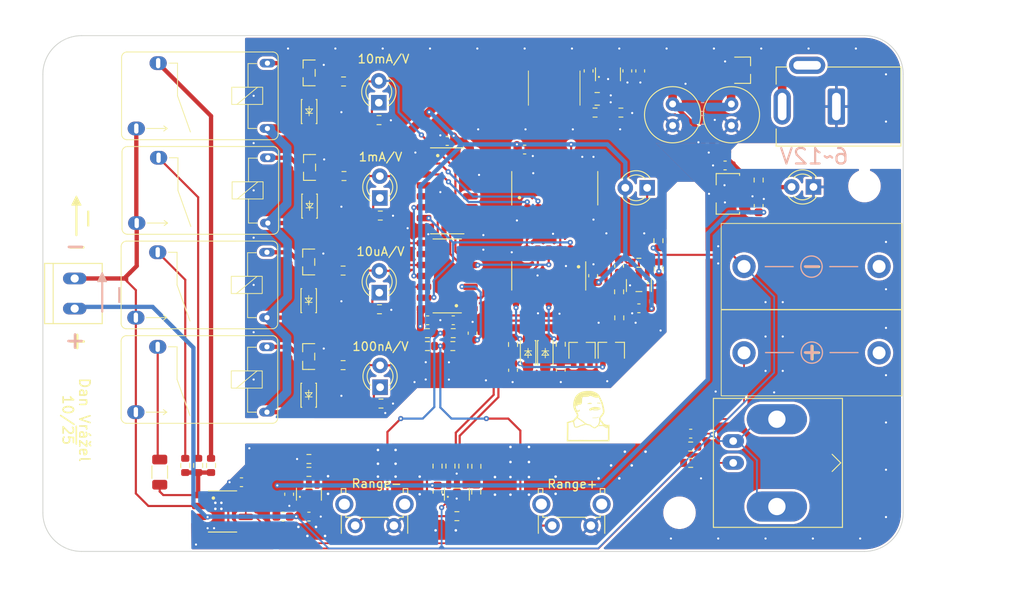
<source format=kicad_pcb>
(kicad_pcb (version 20241229) (generator "pcbnew") (generator_version "9.0")
  (layers (0 "F.Cu" signal) (2 "B.Cu" signal) (13 "F.Paste" user) (15 "B.Paste" user) (5 "F.SilkS" user "F.Silkscreen") (7 "B.SilkS" user "B.Silkscreen") (1 "F.Mask" user) (3 "B.Mask" user) (25 "Edge.Cuts" user))
  (net 0 "")
  (net 1 "+12V")
  (net 2 "Net-(U402-SW)")
  (net 3 "Net-(U402-CB)")
  (net 4 "+5V")
  (net 5 "Net-(D101-A)")
  (net 6 "Net-(D102-A)")
  (net 7 "Net-(D103-A)")
  (net 8 "Net-(D104-A)")
  (net 9 "Net-(Q401-S)")
  (net 10 "Net-(Q101-B)")
  (net 11 "GND")
  (net 12 "Net-(Q102-B)")
  (net 13 "Net-(Q103-B)")
  (net 14 "Net-(Q104-B)")
  (net 15 "GNDA")
  (net 16 "Net-(Q401-D)")
  (net 17 "Net-(U402-FB)")
  (net 18 "/overrange_detecor/IN")
  (net 19 "Net-(U101B-+)")
  (net 20 "+5VA")
  (net 21 "/CURR_OUT")
  (net 22 "Net-(R105-Pad1)")
  (net 23 "Net-(R106-Pad1)")
  (net 24 "Net-(R107-Pad1)")
  (net 25 "Net-(R108-Pad1)")
  (net 26 "/range_selector/CT_MSB")
  (net 27 "/range_selector/CT_DOWN")
  (net 28 "/range_selector/CT_UP")
  (net 29 "/range_selector/CT_LSB")
  (net 30 "Net-(R302-Pad2)")
  (net 31 "Net-(U302--)")
  (net 32 "Net-(J104-In)")
  (net 33 "Net-(D301-K)")
  (net 34 "/overrange_detecor/OR_OUT")
  (net 35 "Net-(J102-Pin_1)")
  (net 36 "Net-(C202-Pad1)")
  (net 37 "Net-(C203-Pad1)")
  (net 38 "Net-(D201-K)")
  (net 39 "/range_selector/R4")
  (net 40 "Net-(D202-K)")
  (net 41 "/range_selector/R3")
  (net 42 "Net-(D203-K)")
  (net 43 "/range_selector/R2")
  (net 44 "Net-(D204-K)")
  (net 45 "/range_selector/R1")
  (net 46 "Net-(D302-K)")
  (net 47 "Net-(U404--)")
  (net 48 "Net-(D303-K)")
  (net 49 "Net-(D401-A)")
  (net 50 "Net-(U301--)")
  (net 52 "Net-(Q301-S)")
  (net 53 "/range_selector/RNG-")
  (net 54 "/range_selector/RNG+")
  (net 55 "Net-(R303-Pad2)")
  (net 56 "Net-(R304-Pad2)")
  (net 57 "Net-(U302-+)")
  (net 66 "Net-(U106-Pad5)")
  (net 67 "Net-(U106-Pad1)")
  (net 68 "Net-(U202-~{1Y0})")
  (net 69 "Net-(U202-~{1Y3})")
  (net 70 "Net-(U202-~{1Y1})")
  (net 71 "Net-(U202-~{1Y2})")
  (net 72 "/overrange_detecor/+OR")
  (net 73 "/overrange_detecor/-OR")
  (footprint "Capacitor_SMD:C_0603_1608Metric" (layer "F.Cu") (at 186.435 68.1025 90)
    (property "Reference" "C409" (hide yes))
    (property "Value" "100n")
  )
  (footprint "Capacitor_SMD:C_0603_1608Metric" (layer "F.Cu") (at 170 76.2525 180)
    (property "Reference" "C206" (hide yes))
    (property "Value" "100n")
  )
  (footprint "Capacitor_SMD:C_0603_1608Metric" (layer "F.Cu") (at 150.925 119.95)
    (property "Reference" "C411" (hide yes))
    (property "Value" "100n")
  )
  (footprint "w-ic:SOP-6" (layer "F.Cu") (at 188.685 68.5025 90)
    (property "Reference" "U402" (hide yes))
    (property "Value" "LMR54410DBVR" (hide yes))
  )
  (footprint "w-diode:SOD-123LF" (layer "F.Cu") (at 153.9 105.83 90)
    (property "Reference" "D104" (hide yes))
    (property "Value" "SS24" (hide yes))
  )
  (footprint "Resistor_SMD:R_0603_1608Metric" (layer "F.Cu") (at 206.2 80.8 -90)
    (property "Reference" "R401" (hide yes))
    (property "Value" "4k7")
  )
  (footprint "Resistor_SMD:R_0603_1608Metric" (layer "F.Cu") (at 162.223428 84.93)
    (property "Reference" "R208" (hide yes))
    (property "Value" "1k")
  )
  (footprint "MountingHole:MountingHole_3.2mm_M3" (layer "F.Cu") (at 218.5 81.5)
    (property "Reference" "REF**" (hide yes))
    (property "Value" "MountingHole_3.2mm_M3")
  )
  (footprint "Capacitor_SMD:C_0603_1608Metric" (layer "F.Cu") (at 177.65 102.925 -90)
    (property "Reference" "C302" (hide yes))
    (property "Value" "2u2")
  )
  (footprint "w-ic:SOIC-8" (layer "F.Cu") (at 143.885 119.3525)
    (property "Reference" "U101" (hide yes))
    (property "Value" "TSV782" (hide yes))
  )
  (footprint "w-ic:SOT-89-3" (layer "F.Cu") (at 202.875 82.405 180)
    (property "Reference" "U401" (hide yes))
    (property "Value" "LDK320" (hide yes))
  )
  (footprint "Connector_Coaxial:BNC_Amphenol_B6252HB-NPP3G-50_Horizontal" (layer "F.Cu") (at 203.24 113.7 -90)
    (property "Reference" "J104" (hide yes))
    (property "Value" "Conn_Coaxial" (hide yes))
  )
  (footprint "w-ic:SOT-23" (layer "F.Cu") (at 154 79.330914 180)
    (property "Reference" "Q102" (hide yes))
    (property "Value" "BC817" (hide yes))
  )
  (footprint "Resistor_SMD:R_0603_1608Metric" (layer "F.Cu") (at 190.185 72.9525 180)
    (property "Reference" "R404" (hide yes))
    (property "Value" "22k")
  )
  (footprint "w-ic:SOIC-14 3.9x8.6mm P1.27mm" (layer "F.Cu") (at 170 91.9525 90)
    (property "Reference" "U203" (hide yes))
    (property "Value" "74HC14" (hide yes))
  )
  (footprint "Resistor_SMD:R_0603_1608Metric" (layer "F.Cu") (at 189.98 93.8 -90)
    (property "Reference" "R311" (hide yes))
    (property "Value" "100k")
  )
  (footprint "Resistor_SMD:R_0603_1608Metric" (layer "F.Cu") (at 194.55 87.85 90)
    (property "Reference" "R313" (hide yes))
    (property "Value" "270R")
  )
  (footprint "w-ic:SOT-23-5L" (layer "F.Cu") (at 192.28 93.07 -90)
    (property "Reference" "U302" (hide yes))
    (property "Value" "LM321" (hide yes))
  )
  (footprint "w-ic:SOT-23" (layer "F.Cu") (at 153.9 90.33 180)
    (property "Reference" "Q103" (hide yes))
    (property "Value" "BC817" (hide yes))
  )
  (footprint "Capacitor_SMD:C_0603_1608Metric" (layer "F.Cu") (at 170.7 97.1125 180)
    (property "Reference" "C202" (hide yes))
    (property "Value" "100n")
  )
  (footprint "w-magnetics:Shielded L 6x6x4.2mm" (layer "F.Cu") (at 182.435 70.1025)
    (property "Reference" "L401" (hide yes))
    (property "Value" "68u")
  )
  (footprint "w-relay:TE Connectivity Relay" (layer "F.Cu") (at 142.7 93 180)
    (property "Reference" "U104" (hide yes))
    (property "Value" "OJ-SH-105HM")
  )
  (footprint "MountingHole:MountingHole_3.2mm_M3" (layer "F.Cu") (at 127.5 119.5)
    (property "Reference" "REF**" (hide yes))
    (property "Value" "MountingHole_3.2mm_M3")
  )
  (footprint "Capacitor_SMD:C_0603_1608Metric" (layer "F.Cu") (at 151.625 117.35 -90)
    (property "Reference" "C408" (hide yes))
    (property "Value" "100n")
  )
  (footprint "w-relay:TE Connectivity Relay" (layer "F.Cu") (at 142.7 104 180)
    (property "Reference" "U105" (hide yes))
    (property "Value" "OJ-SH-105HM")
  )
  (footprint "Capacitor_SMD:C_0603_1608Metric" (layer "F.Cu") (at 192.435 68.1025 -90)
    (property "Reference" "C406" (hide yes))
    (property "Value" "2u2")
  )
  (footprint "Capacitor_SMD:C_0603_1608Metric" (layer "F.Cu") (at 186.96 91.9275 90)
    (property "Reference" "C201" (hide yes))
    (property "Value" "100n")
  )
  (footprint "w-ic:SOT-23-5L" (layer "F.Cu") (at 153.925 117.35 90)
    (property "Reference" "U404" (hide yes))
    (property "Value" "TLV9361xDBV" (hide yes))
  )
  (footprint "Resistor_SMD:R_0603_1608Metric" (layer "F.Cu") (at 157.951572 69.330914 180)
    (property "Reference" "R101" (hide yes))
    (property "Value" "4k7")
  )
  (footprint "w-connector:J.40024.2" (layer "F.Cu") (at 212.35 90.85)
    (property "Reference" "J103" (hide yes))
    (property "Value" "Banana conn. black")
  )
  (footprint "Capacitor_SMD:C_0805_2012Metric" (layer "F.Cu") (at 187.435 71.3525 180)
    (property "Reference" "C410" (hide yes))
    (property "Value" "22u")
  )
  (footprint "Capacitor_THT:C_Radial_D6.3mm_H11.0mm_P2.50mm" (layer "F.Cu") (at 196.2 71.95 -90)
    (property "Reference" "C405" (hide yes))
    (property "Value" "100u")
  )
  (footprint "Resistor_SMD:R_0603_1608Metric" (layer "F.Cu") (at 158 80.330914 180)
    (property "Reference" "R102" (hide yes))
    (property "Value" "4k7")
  )
  (footprint "w-ic:SOIC-16 3.9x9.9mm P1.27mm" (layer "F.Cu") (at 182.5 81.7525)
    (property "Reference" "U201" (hide yes))
    (property "Value" "74HC193" (hide yes))
  )
  (footprint "Capacitor_SMD:C_0603_1608Metric" (layer "F.Cu") (at 206.2 83.775 90)
    (property "Reference" "C403" (hide yes))
    (property "Value" "1u")
  )
  (footprint "Capacitor_SMD:C_0603_1608Metric" (layer "F.Cu") (at 192.28 95.72 180)
    (property "Reference" "C305" (hide yes))
    (property "Value" "100n")
  )
  (footprint "Resistor_SMD:R_0603_1608Metric" (layer "F.Cu") (at 198.3 111.8)
    (property "Reference" "R110" (hide yes))
    (property "Value" "100k")
  )
  (footprint "w-relay:TE Connectivity Relay" (layer "F.Cu") (at 142.8 82.000914 180)
    (property "Reference" "U103" (hide yes))
    (property "Value" "OJ-SH-105HM")
  )
  (footprint "Resistor_SMD:R_0603_1608Metric" (layer "F.Cu") (at 139.55 114 -90)
    (property "Reference" "R107" (hide yes))
    (property "Value" "100k")
  )
  (footprint "w-ic:SOIC-14 3.9x8.6mm P1.27mm" (layer "F.Cu") (at 181.8 91.9525 180)
    (property "Reference" "U106" (hide yes))
    (property "Value" "74HC00" (hide yes))
  )
  (footprint "w-ic:SOT-23-5L" (layer "F.Cu") (at 171.125 117.35 90)
    (property "Reference" "U301" (hide yes))
    (property "Value" "LM321" (hide yes))
  )
  (footprint "w-ic:SOT-23" (layer "F.Cu") (at 153.951572 68.330914 180)
    (property "Reference" "Q101" (hide yes))
    (property "Value" "BC817" (hide yes))
  )
  (footprint "Resistor_SMD:R_0603_1608Metric" (layer "F.Cu") (at 167.7 98.6125)
    (property "Reference" "R201" (hide yes))
    (property "Value" "10k")
  )
  (footprint "Resistor_SMD:R_0603_1608Metric" (layer "F.Cu") (at 141.05 114 -90)
    (property "Reference" "R106" (hide yes))
    (property "Value" "1k")
  )
  (footprint "Capacitor_SMD:C_0603_1608Metric" (layer "F.Cu") (at 179 77.2525)
    (property "Reference" "C205" (hide yes))
    (property "Value" "100n")
  )
  (footprint "Resistor_SMD:R_0603_1608Metric" (layer "F.Cu") (at 167.7 100.1125)
    (property "Reference" "R202" (hide yes))
    (property "Value" "10k")
  )
  (footprint "Resistor_SMD:R_0603_1608Metric" (layer "F.Cu") (at 162.075 73.83)
    (property "Reference" "R209" (hide yes))
    (property "Value" "1k")
  )
  (footprint "Resistor_SMD:R_0603_1608Metric" (layer "F.Cu") (at 192.28 90.42)
    (property "Reference" "R310" (hide yes))
    (property "Value" "100k")
  )
  (footprint "Capacitor_SMD:C_0603_1608Metric" (layer "F.Cu") (at 202.3 79.1 180)
    (property "Reference" "C401" (hide yes))
    (property "Value" "1u")
  )
  (footprint "Capacitor_SMD:C_0603_1608Metric" (layer "F.Cu") (at 167.725 97.1125)
    (property "Reference" "C204" (hide yes))
    (property "Value" "100n")
  )
  (footprint "Resistor_SMD:R_0603_1608Metric" (layer "F.Cu") (at 171.875 114.075 90)
    (property "Reference" "R306" (hide yes))
    (property "Value" "100k")
  )
  (footprint "Capacitor_SMD:C_0603_1608Metric" (layer "F.Cu") (at 189.98 90.8 90)
    (property "Reference" "C304" (hide yes))
    (property "Value" "100n")
  )
  (footprint "Resistor_SMD:R_0603_1608Metric" (layer "F.Cu") (at 170.65 100.1125)
    (property "Reference" "R204" (hide yes))
    (property "Value" "10k")
  )
  (footprint "Button_Switch_THT:SW_Tactile_SPST_Angled_PTS645Vx83-2LFS" (layer "F.Cu") (at 186.7 121 180)
    (property "Reference" "SW101" (hide yes))
    (property "Value" "SW_Push")
  )
  (footprint "LOGO" (layer "F.Cu") (at 185.853485 108.2)
    (property "Reference" "G***" (hide yes))
    (property "Value" "LOGO" (hide yes))
  )
  (footprint "Resistor_SMD:R_0603_1608Metric" (layer "F.Cu") (at 183.2 99.9 -90)
    (property "Reference" "R308" (hide yes))
    (property "Value" "1M")
  )
  (footprint "LED_THT:LED_D3.0mm" (layer "F.Cu") (at 162.198428 104.899086 90)
    (property "Reference" "D201" (hide yes))
    (property "Value" "LED_R")
  )
  (footprint "Resistor_SMD:R_0603_1608Metric" (layer "F.Cu") (at 170.7 98.6125)
    (property "Reference" "R203" (hide yes))
    (property "Value" "10k")
  )
  (footprint "Resistor_SMD:R_0603_1608Metric" (layer "F.Cu") (at 173.386906 114.100669 90)
    (property "Reference" "R304" (hide yes))
    (property "Value" "51k")
  )
  (footprint "Resistor_SMD:R_1206_3216Metric" (layer "F.Cu") (at 136.583428 114.7775 -90)
    (property "Reference" "R108" (hide yes))
    (property "Value" "10M")
  )
  (footprint "Capacitor_SMD:C_0603_1608Metric" (layer "F.Cu") (at 168.875 117.1 -90)
    (property "Reference" "C301" (hide yes))
    (property "Value" "100n")
  )
  (footprint "Capacitor_SMD:C_0603_1608Metric" (layer "F.Cu") (at 153.925 119.95)
    (property "Reference" "C412" (hide yes))
    (property "Value" "100n")
  )
  (footprint "w-diode:SOD-123LF" (layer "F.Cu") (at 181.4 100.875 -90)
    (property "Reference" "D302" (hide yes))
    (property "Value" "SS24" (hide yes))
  )
  (footprint "w-ic:SOIC-16 3.9x9.9mm P1.27mm" (layer "F.Cu") (at 170 82.0525 -90)
    (property "Reference" "U202" (hide yes))
    (property "Value" "74HC139" (hide yes))
  )
  (footprint "Resistor_SMD:R_0603_1608Metric" (layer "F.Cu") (at 142.548428 114 -90)
    (property "Reference" "R105" (hide yes))
    (property "Value" "100R")
  )
  (footprint "Resistor_SMD:R_0603_1608Metric" (layer "F.Cu") (at 170.375 114.075 90)
    (property "Reference" "R305" (hide yes))
    (property "Value" "100k")
  )
  (footprint "LED_THT:LED_D3.0mm_Clear" (layer "F.Cu") (at 212.57 81.6 180)
    (property "Reference" "D401" (hide yes))
    (property "Value" "LED_G")
  )
  (footprint "Capacitor_SMD:C_0603_1608Metric" (layer "F.Cu") (at 146.085 115.9525 180)
    (property "Reference" "C102" (hide yes))
    (property "Value" "100n")
  )
  (footprint "w-relay:TE Connectivity Relay" (layer "F.Cu") (at 142.751572 71.000914 180)
    (property "Reference" "U102" (hide yes))
    (property "Value" "OJ-SH-105HM")
  )
  (footprint "w-transistor:SOT23-3" (layer "F.Cu") (at 189.05 100.625 90)
    (property "Reference" "Q301" (hide yes))
    (property "Value" "DMP3125L" (hide yes))
  )
  (footprint "Resistor_SMD:R_0603_1608Metric" (layer "F.Cu") (at 177.65 99.925 -90)
    (property "Reference" "R307" (hide yes))
    (property "Value" "1M")
  )
  (footprint "Resistor_SMD:R_0603_1608Metric" (layer "F.Cu") (at 162.3 106.8)
    (property "Reference" "R206" (hide yes))
    (property "Value" "1k")
  )
  (footprint "LED_THT:LED_D3.0mm" (layer "F.Cu") (at 193.24 81.7 180)
    (property "Reference" "D303" (hide yes))
    (property "Value" "LED_R")
  )
  (footprint "w-connector:Terminal Block 2x3,5mm" (layer "F.Cu") (at 126.7 94 -90)
    (property "Reference" "J101" (hide yes))
    (property "Value" "Current_input" (hide yes))
  )
  (footprint "LED_THT:LED_D3.0mm" (layer "F.Cu") (at 162.168428 82.885 90)
    (property "Reference" "D203" (hide yes))
    (property "Value" "LED_R")
  )
  (footprint "Resistor_SMD:R_0603_1608Metric" (layer "F.Cu") (at 162.123428 95.829086)
    (property "Reference" "R207" (hide yes))
    (property "Value" "1k")
  )
  (footprint "w-transistor:SOT23-3" (layer "F.Cu") (at 204.31 68)
    (property "Reference" "Q401" (hide yes))
    (property "Value" "DMP3125L" (hide yes))
  )
  (footprint "MountingHole:MountingHole_3.2mm_M3" (layer "F.Cu") (at 127.5 68.5)
    (property "Reference" "REF**" (hide yes))
    (property "Value" "MountingHole_3.2mm_M3")
  )
  (footprint "Resistor_SMD:R_0603_1608Metric" (layer "F.Cu") (at 194.6 91.15 90)
    (property "Reference" "R312" (hide yes))
    (property "Value" "100k")
  )
  (footprint "Capacitor_THT:C_Radial_D6.3mm_H11.0mm_P2.50mm" (layer "F.Cu") (at 203.035 71.9525 -90)
    (property "Reference" "C402" (hide yes))
    (property "Value" "100u")
  )
  (footprint "w-connector:Barrel jack 6,4mm" (layer "F.Cu") (at 215.285 72.25 90)
    (property "Reference" "J401" (hide yes))
    (property "Value" "Barrel_Jack_Switch")
  )
  (footprint "Capacitor_SMD:C_0603_1608Metric" (layer "F.Cu") (at 183.2 102.9 -90)
    (property "Reference" "C303" (hide yes))
    (property "Value" "2u2")
  )
  (footprint "Button_Switch_THT:SW_Tactile_SPST_Angled_PTS645Vx83-2LFS" (layer "F.Cu") (at 163.8 121 180)
    (property "Reference" "SW102" (hide yes))
    (property "Value" "SW_Push")
  )
  (footprint "Resistor_SMD:R_0603_1608Metric" (layer "F.Cu") (at 187.185 72.9525 180)
    (property "Reference" "R403" (hide yes))
    (property "Value" "118k")
  )
  (footprint "Capacitor_SMD:C_0603_1608Metric" (layer "F.Cu") (at 190.935 68.1025 -90)
    (property "Reference" "C407" (hide yes))
    (property "Value" "100n")
  )
  (footprint "Resistor_SMD:R_0603_1608Metric" (layer "F.Cu") (at 153.925 113.25 180)
    (property "Reference" "R405" (hide yes))
    (property "Value" "100k")
  )
  (footprint "Resistor_SMD:R_0603_1608Metric" (layer "F.Cu") (at 168.875 114.075 90)
    (property "Reference" "R303" (hide yes))
    (property "Value" "51k")
  )
  (footprint "Resistor_SMD:R_0603_1608Metric" (layer "F.Cu") (at 157.9 102.33 180)
    (property "Reference" "R104" (hide yes))
    (property "Value" "4k7")
  )
  (footprint "Resistor_SMD:R_0603_1608Metric" (layer "F.Cu") (at 190 96.825 90)
    (property "Reference" "R309" (hide yes))
    (property "Value" "1k")
  )
  (footprint "Resistor_SMD:R_0603_1608Metric" (layer "F.Cu") (at 153.925 114.75)
    (property "Reference" "R402" (hide yes))
    (property "Value" "100k")
  )
  (footprint "Capacitor_SMD:C_0603_1608Metric" (layer "F.Cu") (at 172.95 98.6125 90)
    (property "Reference" "C203" (hide yes))
    (property "Value" "100n")
  )
  (footprint "LED_THT:LED_D3.0mm" (layer "F.Cu") (at 162.098428 93.899086 90)
    (property "Reference" "D202" (hide yes))
    (property "Value" "LED_R")
  )
  (footprint "Resistor_SMD:R_0603_1608Metric" (layer "F.Cu") (at 171.125 119.9)
    (property "Reference" "R301" (hide yes))
    (property "Value" "100k")
  )
  (footprint "LED_THT:LED_D3.0mm" (layer "F.Cu") (at 162.05 71.8 90)
    (property "Reference" "D204" (hide yes))
    (property "Value" "LED_R")
  )
  (footprint "Resistor_SMD:R_0603_1608Metric" (layer "F.Cu") (at 198.3 113.7)
    (property "Reference" "R109" (hide yes))
    (property "Value" "51R")
  )
  (footprint "w-connector:J.40024.2" (layer "F.Cu") (at 212.35 100.9)
    (property "Reference" "J102" (hide yes))
    (property "Value" "Banana conn. red")
  )
  (footprint "MountingHole:MountingHole_3.2mm_M3_DIN965" (layer "F.Cu") (at 197 119.5)
    (property "Reference" "REF**" (hide yes))
    (property "Value" "MountingHole_3.2mm_M3_DIN965" (hide yes))
  )
  (footprint "Resistor_SMD:R_0603_1608Metric" (layer "F.Cu") (at 173.375 117.1 90)
    (property "Reference" "R302" (hide yes))
    (property "Value" "100k")
  )
  (footprint "w-diode:SOD-123LF" (layer "F.Cu") (at 154 83.830914 90)
    (property "Reference" "D102" (hide yes))
    (property "Value" "SS24" (hide yes))
  )
  (footprint "w-ic:SOT-23" (layer "F.Cu") (at 153.9 101.33 180)
    (property "Reference" "Q104" (hide yes))
    (property "Value" "BC817" (hide yes))
  )
  (footprint "w-diode:SOD-123LF" (layer "F.Cu") (at 153.9 94.83 90)
    (property "Reference" "D103" (hide yes))
    (property "Value" "SS24" (hide yes))
  )
  (footprint "Resistor_SMD:R_0603_1608Metric" (layer "F.Cu") (at 157.9 91.33 180)
    (property "Reference" "R103" (hide yes))
    (property "Value" "4k7")
  )
  (footprint "Capacitor_SMD:C_0603_1608Metric" (layer "F.Cu") (at 198.3 110.3)
    (property "Reference" "C101" (hide yes))
    (property "Value" "2u2")
  )
  (footprint "w-diode:SOD-123LF" (layer "F.Cu") (at 153.951572 72.830914 90)
    (property "Reference" "D101" (hide yes))
    (property "Value" "SS24" (hide yes))
  )
  (footprint "w-diode:SOD-123LF" (layer "F.Cu") (at 179.4 100.875 -90)
    (property "Reference" "D301" (hide yes))
    (property "Value" "SS24" (hide yes))
  )
  (footprint "w-transistor:SOT23-3" (layer "F.Cu") (at 185.65 100.635 90)
    (property "Reference" "Q302" (hide yes))
    (property "Value" "DMP3125L" (hide yes))
  )
  (footprint "Capacitor_SMD:C_0603_1608Metric" (layer "B.Cu") (at 199.7 73.8)
    (property "Reference" "C404" (hide yes))
    (property "Value" "100n")
  )
  (footprint "Inductor_SMD:L_0603_1608Metric" (layer "B.Cu") (at 199.7 72.3 180)
    (property "Reference" "FB401" (hide yes))
    (property "Value" "470R@100MHz")
  )
  (gr_line (start 126.6 83.4) (end 126.9 82.8) (stroke (width 0.15)) (layer "F.SilkS"))
  (gr_line (start 127.4 83.7) (end 126.4 83.7) (stroke (width 0.15)) (layer "F.SilkS"))
  (gr_line (start 126.5 83.6) (end 127.3 83.6) (stroke (width 0.15)) (layer "F.SilkS"))
  (gr_line (start 126.5 83.5) (end 127.2 83.5) (stroke (width 0.15)) (layer "F.SilkS"))
  (gr_line (start 126.8 83) (end 127 83.3) (stroke (width 0.15)) (layer "F.SilkS"))
  (gr_line (start 126.7 83.3) (end 126.8 83.3) (stroke (width 0.15)) (layer "F.SilkS"))
  (gr_line (start 126.9 87.2) (end 126.9 83) (stroke (width 0.25)) (layer "F.SilkS"))
  (gr_line (start 126.4 83.7) (end 126.9 82.7) (stroke (width 0.15)) (layer "F.SilkS"))
  (gr_line (start 126.9 82.7) (end 127.4 83.7) (stroke (width 0.15)) (layer "F.SilkS"))
  (gr_line (start 126.9 82.7) (end 126.4 83.7) (stroke (width 0.15)) (layer "F.SilkS"))
  (gr_line (start 127.2 83.4) (end 126.9 83) (stroke (width 0.15)) (layer "F.SilkS"))
  (gr_line (start 126.8 83) (end 126.8 83.2) (stroke (width 0.15)) (layer "F.SilkS"))
  (gr_line (start 126.6 83.4) (end 127.1 83.4) (stroke (width 0.15)) (layer "F.SilkS"))
  (gr_line (start 130.2 92.3) (end 129.9 91.9) (stroke (width 0.15)) (layer "B.SilkS"))
  (gr_line (start 210.215725 90.870048) (end 206.965725 90.870048) (stroke (width 0.15)) (layer "B.SilkS"))
  (gr_line (start 129.9 96.1) (end 129.9 91.9) (stroke (width 0.25)) (layer "B.SilkS"))
  (gr_circle (center 212.380874 100.869246) (end 211.480874 101.719246) (stroke (width 0.15)) (fill no) (layer "B.SilkS"))
  (gr_line (start 129.6 92.3) (end 129.9 91.7) (stroke (width 0.15)) (layer "B.SilkS"))
  (gr_line (start 129.6 92.3) (end 130.1 92.3) (stroke (width 0.15)) (layer "B.SilkS"))
  (gr_line (start 214.465725 90.870048) (end 217.715725 90.870048) (stroke (width 0.15)) (layer "B.SilkS"))
  (gr_line (start 129.5 92.4) (end 130.2 92.4) (stroke (width 0.15)) (layer "B.SilkS"))
  (gr_line (start 129.8 91.9) (end 130 92.2) (stroke (width 0.15)) (layer "B.SilkS"))
  (gr_circle (center 212.346599 90.870048) (end 211.446599 91.720048) (stroke (width 0.15)) (fill no) (layer "B.SilkS"))
  (gr_line (start 129.4 92.6) (end 129.9 91.6) (stroke (width 0.15)) (layer "B.SilkS"))
  (gr_line (start 129.9 91.6) (end 130.4 92.6) (stroke (width 0.15)) (layer "B.SilkS"))
  (gr_line (start 214.5 100.869246) (end 217.75 100.869246) (stroke (width 0.15)) (layer "B.SilkS"))
  (gr_line (start 130.4 92.6) (end 129.4 92.6) (stroke (width 0.15)) (layer "B.SilkS"))
  (gr_line (start 129.8 91.9) (end 129.8 92.1) (stroke (width 0.15)) (layer "B.SilkS"))
  (gr_line (start 129.5 92.5) (end 130.3 92.5) (stroke (width 0.15)) (layer "B.SilkS"))
  (gr_line (start 129.9 91.6) (end 129.4 92.6) (stroke (width 0.15)) (layer "B.SilkS"))
  (gr_line (start 210.25 100.869246) (end 207 100.869246) (stroke (width 0.15)) (layer "B.SilkS"))
  (gr_line (start 129.7 92.2) (end 129.8 92.2) (stroke (width 0.15)) (layer "B.SilkS"))
  (gr_line (start 123 119.5) (end 123 68.5) (stroke (width 0.1)) (layer "Edge.Cuts"))
  (gr_arc (start 127.5 124) (mid 124.318019 122.681981) (end 123 119.5) (stroke (width 0.1)) (layer "Edge.Cuts"))
  (gr_line (start 223 68.5) (end 223 119.5) (stroke (width 0.1)) (layer "Edge.Cuts"))
  (gr_arc (start 218.5 64) (mid 221.681981 65.318019) (end 223 68.5) (stroke (width 0.1)) (layer "Edge.Cuts"))
  (gr_line (start 127.5 64) (end 218.5 64) (stroke (width 0.1)) (layer "Edge.Cuts"))
  (gr_arc (start 123 68.5) (mid 124.318019 65.318019) (end 127.5 64) (stroke (width 0.1)) (layer "Edge.Cuts"))
  (gr_line (start 218.5 124) (end 127.5 124) (stroke (width 0.1)) (layer "Edge.Cuts"))
  (gr_arc (start 223 119.5) (mid 221.681981 122.681981) (end 218.5 124) (stroke (width 0.1)) (layer "Edge.Cuts"))
  (gr_text "-" (at 211 91.9 0) (layer "F.SilkS") (effects (font (size 2 2) (thickness 0.3)) (justify left bottom)))
  (gr_text "+" (at 125.55 100.6 0) (layer "F.SilkS") (effects (font (size 2 2) (thickness 0.3)) (justify left bottom)))
  (gr_text "-" (at 125.5 89.65 0) (layer "F.SilkS") (effects (font (size 2 2) (thickness 0.3)) (justify left bottom)))
  (gr_text "10uA/V" (at 162.25 89.7 0) (layer "F.SilkS") (effects (font (size 1 1)) (justify bottom)))
  (gr_text "100nA/V" (at 162.25 100.75 0) (layer "F.SilkS") (effects (font (size 1 1)) (justify bottom)))
  (gr_text "Dan Vrážel\n10/~{25}" (at 125.2 108.7 270) (layer "F.SilkS") (effects (font (size 1.2 1.2) (thickness 0.18)) (justify bottom)))
  (gr_text "1mA/V" (at 162.25 78.7 0) (layer "F.SilkS") (effects (font (size 1 1)) (justify bottom)))
  (gr_text "+" (at 211 101.9 0) (layer "F.SilkS") (effects (font (size 2 2) (thickness 0.3)) (justify left bottom)))
  (gr_text "Range+" (at 181.55 116.75 0) (layer "F.SilkS") (effects (font (size 1 1)) (justify left bottom)))
  (gr_text "I" (at 127.9 86.5 0) (layer "F.SilkS") (effects (font (size 1.8 1.8) (thickness 0.25)) (justify left bottom)))
  (gr_text "Range-" (at 158.8 116.7 0) (layer "F.SilkS") (effects (font (size 1 1)) (justify left bottom)))
  (gr_text "10mA/V" (at 159.5 67.3 0) (layer "F.SilkS") (effects (font (size 1 1)) (justify left bottom)))
  (gr_text "-" (at 128.22619 89.6 -0) (layer "B.SilkS") (effects (font (size 2 2) (thickness 0.3)) (justify left bottom mirror)))
  (gr_text "-" (at 213.79492 91.875494 -0) (layer "B.SilkS") (effects (font (size 2 2) (thickness 0.3)) (justify left bottom mirror)))
  (gr_text "I" (at 132.25 95.4 -0) (layer "B.SilkS") (effects (font (size 1.8 1.8) (thickness 0.25)) (justify left bottom mirror)))
  (gr_text "+" (at 213.79492 101.875494 -0) (layer "B.SilkS") (effects (font (size 2 2) (thickness 0.3)) (justify left bottom mirror)))
  (gr_text "6~12V" (at 212.638123 79.104706 0) (layer "B.SilkS") (effects (font (size 1.8 1.8) (thickness 0.25)) (justify bottom mirror)))
  (gr_text "+" (at 128.17619 100.55 -0) (layer "B.SilkS") (effects (font (size 2 2) (thickness 0.3)) (justify left bottom mirror)))
  (segment (start 196.25 71.95) (end 204 79.7) (width 0.5) (layer "F.Cu") (net 1))
  (segment (start 194.1275 67.3275) (end 192.435 67.3275) (width 1) (layer "F.Cu") (net 1))
  (segment (start 205.28 80.2) (end 205.505 79.975) (width 0.5) (layer "F.Cu") (net 1))
  (segment (start 204.5 80.2) (end 204.5 80.83) (width 0.5) (layer "F.Cu") (net 1))
  (segment (start 190.935 67.3275) (end 188.959829 67.3275) (width 1) (layer "F.Cu") (net 1))
  (segment (start 204.446445 80.776445) (end 204.575 80.905) (width 0.5) (layer "F.Cu") (net 1))
  (segment (start 192.435 67.3275) (end 190.935 67.3275) (width 1) (layer "F.Cu") (net 1))
  (segment (start 196.2 71.95) (end 196.25 71.95) (width 0.5) (layer "F.Cu") (net 1))
  (segment (start 188.959829 67.3275) (end 188.951124 67.318795) (width 1) (layer "F.Cu") (net 1))
  (segment (start 196.2 69.4) (end 194.1275 67.3275) (width 1) (layer "F.Cu") (net 1))
  (segment (start 204.5 80.83) (end 204.575 80.905) (width 0.5) (layer "F.Cu") (net 1))
  (segment (start 204.575 80.905) (end 205.28 80.2) (width 0.5) (layer "F.Cu") (net 1))
  (segment (start 204.275 79.975) (end 204.200013 79.900013) (width 0.5) (layer "F.Cu") (net 1))
  (segment (start 205.505 79.975) (end 204.275 79.975) (width 0.5) (layer "F.Cu") (net 1))
  (segment (start 204.200013 79.900013) (end 204.200013 80.776445) (width 0.5) (layer "F.Cu") (net 1))
  (segment (start 205.505 79.975) (end 206.2 79.975) (width 0.5) (layer "F.Cu") (net 1))
  (segment (start 204 79.7) (end 204.5 80.2) (width 0.5) (layer "F.Cu") (net 1))
  (segment (start 196.2 71.95) (end 196.2 69.4) (width 1) (layer "F.Cu") (net 1))
  (segment (start 204 79.7) (end 204.200013 79.900013) (width 0.5) (layer "F.Cu") (net 1))
  (segment (start 204.200013 80.776445) (end 204.446445 80.776445) (width 0.5) (layer "F.Cu") (net 1))
  (segment (start 204.5 80.2) (end 205.28 80.2) (width 0.5) (layer "F.Cu") (net 1))
  (segment (start 198.925 73.8) (end 198.925 73.325) (width 1) (layer "B.Cu") (net 1))
  (segment (start 198.9125 72.3) (end 197.9 72.3) (width 1) (layer "B.Cu") (net 1))
  (segment (start 198.925 73.325) (end 197.9 72.3) (width 1) (layer "B.Cu") (net 1))
  (segment (start 198.925 73.8) (end 198.925 72.3125) (width 1) (layer "B.Cu") (net 1))
  (segment (start 197.9 72.3) (end 196.55 72.3) (width 1) (layer "B.Cu") (net 1))
  (segment (start 198.925 72.3125) (end 198.9125 72.3) (width 1) (layer "B.Cu") (net 1))
  (segment (start 196.55 72.3) (end 196.2 71.95) (width 1) (layer "B.Cu") (net 1))
  (segment (start 187.467791 67.323537) (end 187.512411 67.368157) (width 1) (layer "F.Cu") (net 2))
  (segment (start 185.921572 67.33334) (end 185.5 67.754912) (width 1) (layer "F.Cu") (net 2))
  (segment (start 185.5 67.754912) (end 185.5 67.759814) (width 1) (layer "F.Cu") (net 2))
  (segment (start 185.5 67.323537) (end 187.467791 67.323537) (width 1) (layer "F.Cu") (net 2))
  (segment (start 182.435 68.0025) (end 183.4975 68.0025) (width 1) (layer "F.Cu") (net 2))
  (segment (start 184.176463 67.323537) (end 185.5 67.323537) (width 1) (layer "F.Cu") (net 2))
  (segment (start 183.4975 68.0025) (end 184.176463 67.323537) (width 1) (layer "F.Cu") (net 2))
  (segment (start 185.5 67.759814) (end 184.588297 68.671517) (width 1) (layer "F.Cu") (net 2))
  (segment (start 186.435 68.8775) (end 186.817694 68.8775) (width 1) (layer "F.Cu") (net 3))
  (segment (start 186.817694 68.8775) (end 187.541836 69.601642) (width 1) (layer "F.Cu") (net 3))
  (segment (start 193.75 95.75) (end 193.085 95.75) (width 0.8) (layer "F.Cu") (net 4))
  (segment (start 164.35 76.45) (end 159.5 76.45) (width 1) (layer "F.Cu") (net 4))
  (segment (start 193.23 94.22) (end 193.23 95.2) (width 0.5) (layer "F.Cu") (net 4))
  (segment (start 153.581572 74.800914) (end 153.951572 74.430914) (width 0.5) (layer "F.Cu") (net 4))
  (segment (start 159.5 76.45) (end 157.85 74.8) (width 1) (layer "F.Cu") (net 4))
  (segment (start 181.05 93.25) (end 182.5175 93.25) (width 0.25) (layer "F.Cu") (net 4))
  (segment (start 155.451828 74.8) (end 155.450914 74.800914) (width 1) (layer "F.Cu") (net 4))
  (segment (start 178.1 76.65) (end 178.1 77.3775) (width 0.8) (layer "F.Cu") (net 4))
  (segment (start 155.450914 74.800914) (end 149.101572 74.800914) (width 1) (layer "F.Cu") (net 4))
  (segment (start 166.875 100.1125) (end 166.875 97.8) (width 0.8) (layer "F.Cu") (net 4))
  (segment (start 183.07 93.78) (end 183.07 94.6525) (width 0.25) (layer "F.Cu") (net 4))
  (segment (start 180.53 93.77) (end 181.05 93.25) (width 0.25) (layer "F.Cu") (net 4))
  (segment (start 170.75 76.2275) (end 170.775 76.2525) (width 0.5) (layer "F.Cu") (net 4))
  (segment (start 185.51178 93.45) (end 185.9 93.45) (width 0.25) (layer "F.Cu") (net 4))
  (segment (start 193.23 95.545) (end 193.055 95.72) (width 0.5) (layer "F.Cu") (net 4))
  (segment (start 185.9 93.45) (end 186.05625 93.60625) (width 0.25) (layer "F.Cu") (net 4))
  (segment (start 185.5 93.45) (end 185.425 93.375) (width 0.25) (layer "F.Cu") (net 4))
  (segment (start 185.61 93.56) (end 185.5 93.45) (width 0.25) (layer "F.Cu") (net 4))
  (segment (start 187.5975 92.7025) (end 187.6 92.7) (width 0.8) (layer "F.Cu") (net 4))
  (segment (start 170.75 75.65) (end 170.75 76.2275) (width 0.5) (layer "F.Cu") (net 4))
  (segment (start 182.83375 93.56625) (end 183.07 93.8025) (width 0.25) (layer "F.Cu") (net 4))
  (segment (start 185.61 94.6525) (end 185.61 93.56) (width 0.25) (layer "F.Cu") (net 4))
  (segment (start 186.485 71.3525) (end 186.485 70.685) (width 1) (layer "F.Cu") (net 4))
  (segment (start 186.96 92.7025) (end 187.5975 92.7025) (width 0.8) (layer "F.Cu") (net 4))
  (segment (start 153.53 96.8) (end 153.9 96.43) (width 0.5) (layer "F.Cu") (net 4))
  (segment (start 170.775 76.2525) (end 171.25 76.2525) (width 0.8) (layer "F.Cu") (net 4))
  (segment (start 153.63 85.800914) (end 154 85.430914) (width 0.5) (layer "F.Cu") (net 4))
  (segment (start 149.101572 74.800914) (end 153.581572 74.800914) (width 0.5) (layer "F.Cu") (net 4))
  (segment (start 178.055 77.4225) (end 178.225 77.2525) (width 0.8) (layer "F.Cu") (net 4))
  (segment (start 178.1 76.65) (end 178.1 77.1275) (width 0.5) (layer "F.Cu") (net 4))
  (segment (start 183.28375 93.56625) (end 183.325 93.525) (width 0.25) (layer "F.Cu") (net 4))
  (segment (start 178.1 77.3775) (end 178.055 77.4225) (width 0.8) (layer "F.Cu") (net 4))
  (segment (start 185.425 93.8675) (end 185.61 94.0525) (width 0.25) (layer "F.Cu") (net 4))
  (segment (start 186.9625 92.7) (end 186.96 92.7025) (width 0.5) (layer "F.Cu") (net 4))
  (segment (start 183.325 93.525) (end 183.07 93.78) (width 0.25) (layer "F.Cu") (net 4))
  (segment (start 178.055 79.0525) (end 178.055 77.4225) (width 0.8) (layer "F.Cu") (net 4))
  (segment (start 193.574354 95.75) (end 193.23 95.405646) (width 0.5) (layer "F.Cu") (net 4))
  (segment (start 185.61 94.6525) (end 185.61 94.0525) (width 0.8) (layer "F.Cu") (net 4))
  (segment (start 185.3 93.25) (end 183.6 93.25) (width 0.25) (layer "F.Cu") (net 4))
  (segment (start 185.85 70.05) (end 170.75 70.05) (width 1) (layer "F.Cu") (net 4))
  (segment (start 171.8525 76.2525) (end 172.7 77.1) (width 0.8) (layer "F.Cu") (net 4))
  (segment (start 193.75 95.75) (end 193.574354 95.75) (width 0.5) (layer "F.Cu") (net 4))
  (segment (start 193.085 95.75) (end 193.055 95.72) (width 0.8) (layer "F.Cu") (net 4))
  (segment (start 184.405 79.0525) (end 184.405 76.655) (width 0.25) (layer "F.Cu") (net 4))
  (segment (start 171.25 76.2525) (end 171.8525 76.2525) (width 0.8) (layer "F.Cu") (net 4))
  (segment (start 185.425 93.375) (end 185.3 93.25) (width 0.25) (layer "F.Cu") (net 4))
  (segment (start 185.347118 93.285338) (end 185.51178 93.45) (width 0.25) (layer "F.Cu") (net 4))
  (segment (start 170.75 75.7525) (end 171.25 76.2525) (width 0.8) (layer "F.Cu") (net 4))
  (segment (start 185.61 94.0525) (end 186.05625 93.60625) (width 0.8) (layer "F.Cu") (net 4))
  (segment (start 149.05 107.8) (end 153.53 107.8) (width 0.5) (layer "F.Cu") (net 4))
  (segment (start 183.6 93.25) (end 183.325 93.525) (width 0.25) (layer "F.Cu") (net 4))
  (segment (start 170.75 70.05) (end 167.9 72.9) (width 1) (layer "F.Cu") (net 4))
  (segment (start 182.83375 93.56625) (end 183.28375 93.56625) (width 0.25) (layer "F.Cu") (net 4))
  (segment (start 170.75 75.65) (end 170.75 75.7525) (width 0.8) (layer "F.Cu") (net 4))
  (segment (start 178.1 77.1275) (end 178.225 77.2525) (width 0.5) (layer "F.Cu") (net 4))
  (segment (start 186.05625 93.60625) (end 186.96 92.7025) (width 0.8) (layer "F.Cu") (net 4))
  (segment (start 149.05 96.8) (end 153.53 96.8) (width 0.5) (layer "F.Cu") (net 4))
  (segment (start 167.9 72.9) (end 164.35 76.45) (width 1) (layer "F.Cu") (net 4))
  (segment (start 193.23 95.405646) (end 193.23 95.2) (width 0.5) (layer "F.Cu") (net 4))
  (segment (start 157.85 74.8) (end 155.451828 74.8) (width 1) (layer "F.Cu") (net 4))
  (segment (start 172.7 77.1) (end 172.7 78.8775) (width 0.8) (layer "F.Cu") (net 4))
  (segment (start 183.07 93.8025) (end 183.07 94.6525) (width 0.25) (layer "F.Cu") (net 4))
  (segment (start 193.23 95.2) (end 193.23 95.545) (width 0.5) (layer "F.Cu") (net 4))
  (segment (start 149.15 85.800914) (end 153.63 85.800914) (width 0.5) (layer "F.Cu") (net 4))
  (segment (start 166.875 97.8) (end 166.875 96.1875) (width 0.8) (layer "F.Cu") (net 4))
  (segment (start 186.485 70.685) (end 185.85 70.05) (width 1) (layer "F.Cu") (net 4))
  (segment (start 180.53 94.6525) (end 180.53 93.77) (width 0.25) (layer "F.Cu") (net 4))
  (segment (start 184.405 76.655) (end 184.4 76.65) (width 0.25) (layer "F.Cu") (net 4))
  (segment (start 182.5175 93.25) (end 182.83375 93.56625) (width 0.25) (layer "F.Cu") (net 4))
  (segment (start 185.425 93.375) (end 185.425 93.8675) (width 0.25) (layer "F.Cu") (net 4))
  (segment (start 153.53 107.8) (end 153.9 107.43) (width 0.5) (layer "F.Cu") (net 4))
  (segment (start 166.875 96.1875) (end 167.3 95.7625) (width 0.8) (layer "F.Cu") (net 4))
  (via (at 187.6 92.7) (size 0.6) (drill 0.25) (layers "F.Cu" "B.Cu") (net 4))
  (via (at 170.75 75.65) (size 0.6) (drill 0.25) (layers "F.Cu" "B.Cu") (net 4))
  (via (at 166.875 97.8) (size 0.6) (drill 0.25) (layers "F.Cu" "B.Cu") (net 4))
  (via (at 193.75 95.75) (size 0.6) (drill 0.25) (layers "F.Cu" "B.Cu") (net 4))
  (via (at 184.4 76.65) (size 0.6) (drill 0.25) (layers "F.Cu" "B.Cu") (net 4))
  (via (at 167.9 72.9) (size 0.6) (drill 0.25) (layers "F.Cu" "B.Cu") (net 4))
  (via (at 178.1 76.65) (size 0.6) (drill 0.25) (layers "F.Cu" "B.Cu") (net 4))
  (segment (start 190.7 78.75) (end 190.7 80.6) (width 0.5) (layer "B.Cu") (net 4))
  (segment (start 178.1 76.65) (end 184.4 76.65) (width 0.5) (layer "B.Cu") (net 4))
  (segment (start 150.500457 84.450457) (end 149.15 85.800914) (width 1) (layer "B.Cu") (net 4))
  (segment (start 149.1 96.8) (end 149.05 96.8) (width 1) (layer "B.Cu") (net 4))
  (segment (start 150.126328 86.726328) (end 150.775 87.375) (width 1) (layer "B.Cu") (net 4))
  (segment (start 149.200914 85.800914) (end 150.775 87.375) (width 1) (layer "B.Cu") (net 4))
  (segment (start 193.75 92.65) (end 193.75 95.75) (width 0.5) (layer "B.Cu") (net 4))
  (segment (start 170.75 75.65) (end 171.325 76.225) (width 0.5) (layer "B.Cu") (net 4))
  (segment (start 150.775 87.375) (end 151.45 88.05) (width 1) (layer "B.Cu") (net 4))
  (segment (start 171.45 76.35) (end 171.45 76.95) (width 0.5) (layer "B.Cu") (net 4))
  (segment (start 171.35 77.05) (end 171.75 76.65) (width 0.5) (layer "B.Cu") (net 4))
  (segment (start 171.325 76.225) (end 171.75 76.65) (width 0.5) (layer "B.Cu") (net 4))
  (segment (start 168 72.9) (end 170.75 75.65) (width 0.5) (layer "B.Cu") (net 4))
  (segment (start 151.4 83.550914) (end 150.500457 84.450457) (width 1) (layer "B.Cu") (net 4))
  (segment (start 171.75 76.65) (end 178.1 76.65) (width 0.5) (layer "B.Cu") (net 4))
  (segment (start 149.05 96.8) (end 150.225 97.975) (width 1) (layer "B.Cu") (net 4))
  (segment (start 151.45 94.45) (end 150.475 95.425) (width 1) (layer "B.Cu") (net 4))
  (segment (start 171.325 76.225) (end 171.45 76.35) (width 0.5) (layer "B.Cu") (net 4))
  (segment (start 190.7 89.6) (end 190.3 90) (width 0.5) (layer "B.Cu") (net 4))
  (segment (start 149.979175 97.729175) (end 150.225 97.975) (width 1) (layer "B.Cu") (net 4))
  (segment (start 190.7 80.6) (end 190.7 89.6) (width 0.5) (layer "B.Cu") (net 4))
  (segment (start 167.9 72.9) (end 168 72.9) (width 0.5) (layer "B.Cu") (net 4))
  (segment (start 190.7 89.6) (end 191.1 90) (width 0.5) (layer "B.Cu") (net 4))
  (segment (start 151.368471 105.481529) (end 149.05 107.8) (width 1) (layer "B.Cu") (net 4))
  (segment (start 166.875 97.8) (end 166.875 81.525) (width 0.5) (layer "B.Cu") (net 4))
  (segment (start 184.4 76.65) (end 188.6 76.65) (width 0.5) (layer "B.Cu") (net 4))
  (segment (start 151.368471 99.118471) (end 151.368471 105.481529) (width 1) (layer "B.Cu") (net 4))
  (segment (start 191.1 90) (end 193.75 92.65) (width 0.5) (layer "B.Cu") (net 4))
  (segment (start 188.6 76.65) (end 190.7 78.75) (width 0.5) (layer "B.Cu") (net 4))
  (segment (start 150.126328 84.824586) (end 150.126328 86.726328) (width 1) (layer "B.Cu") (net 4))
  (segment (start 171.45 76.95) (end 171.35 77.05) (width 0.5) (layer "B.Cu") (net 4))
  (segment (start 149.15 85.800914) (end 149.200914 85.800914) (width 1) (layer "B.Cu") (net 4))
  (segment (start 190.3 90) (end 191.1 90) (width 0.5) (layer "B.Cu") (net 4))
  (segment (start 150.475 95.425) (end 149.979175 95.920825) (width 1) (layer "B.Cu") (net 4))
  (segment (start 149.979175 95.920825) (end 149.979175 97.729175) (width 1) (layer "B.Cu") (net 4))
  (segment (start 166.875 81.525) (end 171.35 77.05) (width 0.5) (layer "B.Cu") (net 4))
  (segment (start 150.500457 84.450457) (end 150.126328 84.824586) (width 1) (layer "B.Cu") (net 4))
  (segment (start 151.4 77.05) (end 151.4 83.550914) (width 1) (layer "B.Cu") (net 4))
  (segment (start 190.3 90) (end 187.6 92.7) (width 0.5) (layer "B.Cu") (net 4))
  (segment (start 149.150914 74.800914) (end 151.4 77.05) (width 1) (layer "B.Cu") (net 4))
  (segment (start 150.475 95.425) (end 149.1 96.8) (width 1) (layer "B.Cu") (net 4))
  (segment (start 151.45 88.05) (end 151.45 94.45) (width 1) (layer "B.Cu") (net 4))
  (segment (start 150.225 97.975) (end 151.368471 99.118471) (width 1) (layer "B.Cu") (net 4))
  (segment (start 149.101572 74.800914) (end 149.150914 74.800914) (width 1) (layer "B.Cu") (net 4))
  (segment (start 151.734072 67.200914) (end 153.951572 69.418414) (width 0.5) (layer "F.Cu") (net 5))
  (segment (start 149.101572 67.200914) (end 151.734072 67.200914) (width 0.5) (layer "F.Cu") (net 5))
  (segment (start 153.951572 69.418414) (end 153.951572 71.230914) (width 0.5) (layer "F.Cu") (net 5))
  (segment (start 151.7825 78.200914) (end 154 80.418414) (width 0.5) (layer "F.Cu") (net 6))
  (segment (start 149.15 78.200914) (end 151.7825 78.200914) (width 0.5) (layer "F.Cu") (net 6))
  (segment (start 154 80.418414) (end 154 82.230914) (width 0.5) (layer "F.Cu") (net 6))
  (segment (start 149.05 89.2) (end 151.6825 89.2) (width 0.5) (layer "F.Cu") (net 7))
  (segment (start 153.9 91.4175) (end 153.9 93.23) (width 0.5) (layer "F.Cu") (net 7))
  (segment (start 151.6825 89.2) (end 153.9 91.4175) (width 0.5) (layer "F.Cu") (net 7))
  (segment (start 149.05 100.2) (end 151.6825 100.2) (width 0.5) (layer "F.Cu") (net 8))
  (segment (start 151.6825 100.2) (end 153.9 102.4175) (width 0.5) (layer "F.Cu") (net 8))
  (segment (start 153.9 102.4175) (end 153.9 104.23) (width 0.5) (layer "F.Cu") (net 8))
  (segment (start 203 68.95) (end 203 71.9175) (width 1) (layer "F.Cu") (net 9))
  (segment (start 203 71.9175) (end 203.035 71.9525) (width 1) (layer "F.Cu") (net 9))
  (segment (start 202.6875 72.3) (end 203.035 71.9525) (width 1) (layer "B.Cu") (net 9))
  (segment (start 200.4875 72.3) (end 202.6875 72.3) (width 1) (layer "B.Cu") (net 9))
  (segment (start 155.039072 69.280914) (end 157.076572 69.280914) (width 0.25) (layer "F.Cu") (net 10))
  (segment (start 157.076572 69.280914) (end 157.126572 69.330914) (width 0.25) (layer "F.Cu") (net 10))
  (via (at 206.8 83) (size 0.6) (drill 0.25) (layers "F.Cu" "B.Cu") (net 11))
  (via (at 163.45 73.85) (size 0.6) (drill 0.25) (layers "F.Cu" "B.Cu") (net 11))
  (via (at 154.75 121.15) (size 0.6) (drill 0.3) (layers "F.Cu" "B.Cu") (net 11))
  (via (at 200.9 79.1) (size 0.6) (drill 0.25) (layers "F.Cu" "B.Cu") (net 11))
  (via (at 184.5 65.5) (size 0.6) (drill 0.25) (layers "F.Cu" "B.Cu") (net 11))
  (via (at 147.5 87.5) (size 0.6) (drill 0.25) (layers "F.Cu" "B.Cu") (net 11))
  (via (at 183.05 96.35) (size 0.6) (drill 0.25) (layers "F.Cu" "B.Cu") (net 11))
  (via (at 174.2 88.9) (size 0.6) (drill 0.25) (layers "F.Cu" "B.Cu") (net 11))
  (via (at 178.1 85.5) (size 0.6) (drill 0.25) (layers "F.Cu" "B.Cu") (net 11))
  (via (at 184.6 74.9) (size 0.6) (drill 0.25) (layers "F.Cu" "B.Cu") (net 11))
  (via (at 200.43125 82.4) (size 0.6) (drill 0.25) (layers "F.Cu" "B.Cu") (net 11))
  (via (at 179 65.5) (size 0.6) (drill 0.25) (layers "F.Cu" "B.Cu") (net 11))
  (via (at 187 85.4) (size 0.6) (drill 0.25) (layers "F.Cu" "B.Cu") (net 11))
  (via (at 171.1 114.95) (size 0.6) (drill 0.25) (layers "F.Cu" "B.Cu") (net 11))
  (via (at 205.483316 82.689728) (size 0.6) (drill 0.25) (layers "F.Cu" "B.Cu") (net 11))
  (via (at 207 99) (size 0.6) (drill 0.25) (layers "F.Cu" "B.Cu") (net 11))
  (via (at 182.6 115.3) (size 0.6) (drill 0.3) (layers "F.Cu" "B.Cu") (net 11))
  (via (at 175.55 115.35) (size 0.6) (drill 0.3) (layers "F.Cu" "B.Cu") (net 11))
  (via (at 191.9 97.4) (size 0.6) (drill 0.25) (layers "F.Cu" "B.Cu") (net 11))
  (via (at 166.8 117.35) (size 0.6) (drill 0.3) (layers "F.Cu" "B.Cu") (net 11))
  (via (at 168 65.5) (size 0.6) (drill 0.25) (layers "F.Cu" "B.Cu") (net 11))
  (via (at 207 95) (size 0.6) (drill 0.25) (layers "F.Cu" "B.Cu") (net 11))
  (via (at 143.05 119.05) (size 0.6) (drill 0.3) (layers "F.Cu" "B.Cu") (net 11))
  (via (at 191.25 93.05) (size 0.6) (drill 0.25) (layers "F.Cu" "B.Cu") (net 11))
  (via (at 170.194909 104.011626) (size 0.6) (drill 0.25) (layers "F.Cu" "B.Cu") (net 11))
  (via (at 202.3 67) (size 0.6) (drill 0.25) (layers "F.Cu" "B.Cu") (net 11))
  (via (at 208 105.5) (size 0.6) (drill 0.25) (layers "F.Cu" "B.Cu") (net 11))
  (via (at 162.8 107.9) (size 0.6) (drill 0.25) (layers "F.Cu" "B.Cu") (net 11))
  (via (at 196 122.5) (size 0.6) (drill 0.25) (layers "F.Cu" "B.Cu") (net 11))
  (via (at 218 122.5) (size 0.6) (drill 0.25) (layers "F.Cu" "B.Cu") (net 11))
  (via (at 161.95 112.2) (size 0.6) (drill 0.3) (layers "F.Cu" "B.Cu") (net 11))
  (via (at 192.9 87) (size 0.6) (drill 0.25) (layers "F.Cu" "B.Cu") (net 11))
  (via (at 143.05 118.35) (size 0.6) (drill 0.3) (layers "F.Cu" "B.Cu") (net 11))
  (via (at 157.7 105.9) (size 0.6) (drill 0.25) (layers "F.Cu" "B.Cu") (net 11))
  (via (at 169.2 75.6) (size 0.6) (drill 0.25) (layers "F.Cu" "B.Cu") (net 11))
  (via (at 169.2 97.1) (size 0.6) (drill 0.25) (layers "F.Cu" "B.Cu") (net 11))
  (via (at 201.5 88.5) (size 0.6) (drill 0.25) (layers "F.Cu" "B.Cu") (net 11))
  (via (at 143.75 119.05) (size 0.6) (drill 0.3) (layers "F.Cu" "B.Cu") (net 11))
  (via (at 163.7 84.95) (size 0.6) (drill 0.25) (layers "F.Cu" "B.Cu") (net 11))
  (via (at 217.5 65.5) (size 0.6) (drill 0.25) (layers "F.Cu" "B.Cu") (net 11))
  (via (at 173.7 80.2) (size 0.6) (drill 0.25) (layers "F.Cu" "B.Cu") (net 11))
  (via (at 157.7 72.9) (size 0.6) (drill 0.25) (layers "F.Cu" "B.Cu") (net 11))
  (via (at 209 103) (size 0.6) (drill 0.25) (layers "F.Cu" "B.Cu") (net 11))
  (via (at 179.5 115.35) (size 0.6) (drill 0.3) (layers "F.Cu" "B.Cu") (net 11))
  (via (at 177.6 104.3) (size 0.6) (drill 0.25) (layers "F.Cu" "B.Cu") (net 11))
  (via (at 147.5 76.5) (size 0.6) (drill 0.25) (layers "F.Cu" "B.Cu") (net 11))
  (via (at 201.1 73.8) (size 0.6) (drill 0.25) (layers "F.Cu" "B.Cu") (net 11))
  (via (at 174.2 87.2) (size 0.6) (drill 0.25) (layers "F.Cu" "B.Cu") (net 11))
  (via (at 155.65 67.4) (size 0.6) (drill 0.25) (layers "F.Cu" "B.Cu") (net 11))
  (via (at 201.5 90.5) (size 0.6) (drill 0.25) (layers "F.Cu" "B.Cu") (net 11))
  (via (at 155.7 78.4) (size 0.6) (drill 0.25) (layers "F.Cu" "B.Cu") (net 11))
  (via (at 179.5 111.85) (size 0.6) (drill 0.3) (layers "F.Cu" "B.Cu") (net 11))
  (via (at 206.5 65.5) (size 0.6) (drill 0.25) (layers "F.Cu" "B.Cu") (net 11))
  (via (at 167.8 87.1) (size 0.6) (drill 0.25) (layers "F.Cu" "B.Cu") (net 11))
  (via (at 157 65.5) (size 0.6) (drill 0.25) (layers "F.Cu" "B.Cu") (net 11))
  (via (at 164 113.8) (size 0.6) (drill 0.3) (layers "F.Cu" "B.Cu") (net 11))
  (via (at 155.3 119.95) (size 0.6) (drill 0.25) (layers "F.Cu" "B.Cu") (net 11))
  (via (at 143.75 118.35) (size 0.6) (drill 0.3) (layers "F.Cu" "B.Cu") (net 11))
  (via (at 177.35 111.85) (size 0.6) (drill 0.3) (layers "F.Cu" "B.Cu") (net 11))
  (via (at 180.5 91.9) (size 0.6) (drill 0.25) (layers "F.Cu" "B.Cu") (net 11))
  (via (at 195.5 65.5) (size 0.6) (drill 0.25) (layers "F.Cu" "B.Cu") (net 11))
  (via (at 156.15 115.25) (size 0.6) (drill 0.3) (layers "F.Cu" "B.Cu") (net 11))
  (via (at 169.2 82.2) (size 0.6) (drill 0.25) (layers "F.Cu" "B.Cu") (net 11))
  (via (at 183.2 104.3) (size 0.6) (drill 0.25) (layers "F.Cu" "B.Cu") (net 11))
  (via (at 177.5 89.2) (size 0.6) (drill 0.25) (layers "F.Cu" "B.Cu") (net 11))
  (via (at 190.65 112.4) (size 0.6) (drill 0.3) (layers "F.Cu" "B.Cu") (net 11))
  (via (at 212.5 122.5) (size 0.6) (drill 0.25) (layers "F.Cu" "B.Cu") (net 11))
  (via (at 140.8 123.2) (size 0.6) (drill 0.25) (layers "F.Cu" "B.Cu") (net 11))
  (via (at 194.8 98.3) (size 0.6) (drill 0.25) (layers "F.Cu" "B.Cu") (net 11))
  (via (at 174.5 104.1) (size 0.6) (drill 0.25) (layers "F.Cu" "B.Cu") (net 11))
  (via (at 161.95 113.8) (size 0.6) (drill 0.3) (layers "F.Cu" "B.Cu") (net 11))
  (via (at 147.5 104) (size 0.6) (drill 0.25) (layers "F.Cu" "B.Cu") (net 11))
  (via (at 157.7 94.9) (size 0.6) (drill 0.25) (layers "F.Cu" "B.Cu") (net 11))
  (via (at 187 78.1) (size 0.6) (drill 0.25) (layers "F.Cu" "B.Cu") (net 11))
  (via (at 199.2 76.4) (size 0.6) (drill 0.25) (layers "F.Cu" "B.Cu") (net 11))
  (via (at 147.5 98.5) (size 0.6) (drill 0.25) (layers "F.Cu" "B.Cu") (net 11))
  (via (at 173.5 65.5) (size 0.6) (drill 0.25) (layers "F.Cu" "B.Cu") (net 11))
  (via (at 187.595975 115.5) (size 0.6) (drill 0.3) (layers "F.Cu" "B.Cu") (net 11))
  (via (at 152.7 121.15) (size 0.6) (drill 0.3) (layers "F.Cu" "B.Cu") (net 11))
  (via (at 167.505091 101.988374) (size 0.6) (drill 0.25) (layers "F.Cu" "B.Cu") (net 11))
  (via (at 177.35 117.4) (size 0.6) (drill 0.3) (layers "F.Cu" "B.Cu") (net 11))
  (via (at 157.7 83.9) (size 0.6) (drill 0.25) (layers "F.Cu" "B.Cu") (net 11))
  (via (at 221 93.5) (size 0.6) (drill 0.25) (layers "F.Cu" "B.Cu") (net 11))
  (via (at 179.1 74.9) (size 0.6) (drill 0.25) (layers "F.Cu" "B.Cu") (net 11))
  (via (at 190.95 69.45) (size 0.6) (drill 0.25) (layers "F.Cu" "B.Cu") (net 11))
  (via (at 144.7 115.95) (size 0.6) (drill 0.25) (layers "F.Cu" "B.Cu") (net 11))
  (via (at 172.95 97.3) (size 0.6) (drill 0.25) (layers "F.Cu" "B.Cu") (net 11))
  (via (at 189.045975 114) (size 0.6) (drill 0.3) (layers "F.Cu" "B.Cu") (net 11))
  (via (at 199.5 115.5) (size 0.6) (drill 0.25) (layers "F.Cu" "B.Cu") (net 11))
  (via (at 166.3 77.6) (size 0.6) (drill 0.25) (layers "F.Cu" "B.Cu") (net 11))
  (via (at 170.2 102) (size 0.6) (drill 0.25) (layers "F.Cu" "B.Cu") (net 11))
  (via (at 197.7 69.6) (size 0.6) (drill 0.25) (layers "F.Cu" "B.Cu") (net 11))
  (via (at 212 65.5) (size 0.6) (drill 0.25) (layers "F.Cu" "B.Cu") (net 11))
  (via (at 152.55 113.25) (size 0.6) (drill 0.25) (layers "F.Cu" "B.Cu") (net 11))
  (via (at 179.5 113.6) (size 0.6) (drill 0.3) (layers "F.Cu" "B.Cu") (net 11))
  (via (at 167.5 104) (size 0.6) (drill 0.25) (layers "F.Cu" "B.Cu") (net 11))
  (via (at 202.23125 81.4) (size 0.6) (drill 0.25) (layers "F.Cu" "B.Cu") (net 11))
  (via (at 182.3 87.05) (size 0.6) (drill 0.25) (layers "F.Cu" "B.Cu") (net 11))
  (via (at 164 115.3) (size 0.6) (drill 0.3) (layers "F.Cu" "B.Cu") (net 11))
  (via (at 171.1 117.85) (size 0.6) (drill 0.25) (layers "F.Cu" "B.Cu") (net 11))
  (via (at 162.5 65.5) (size 0.6) (drill 0.25) (layers "F.Cu" "B.Cu") (net 11))
  (via (at 156.15 117.3) (size 0.6) (drill 0.3) (layers "F.Cu" "B.Cu") (net 11))
  (via (at 163.5 95.9) (size 0.6) (drill 0.25) (layers "F.Cu" "B.Cu") (net 11))
  (via (at 201.2 105.4) (size 0.6) (drill 0.25) (layers "F.Cu" "B.Cu") (net 11))
  (via (at 192.45 69.45) (size 0.6) (drill 0.25) (layers "F.Cu" "B.Cu") (net 11))
  (via (at 188.6 104.2) (size 0.6) (drill 0.25) (layers "F.Cu" "B.Cu") (net 11))
  (via (at 190 65.5) (size 0.6) (drill 0.25) (layers "F.Cu" "B.Cu") (net 11))
  (via (at 166.2 104.3) (size 0.6) (drill 0.25) (layers "F.Cu" "B.Cu") (net 11))
  (via (at 207 122.5) (size 0.6) (drill 0.25) (layers "F.Cu" "B.Cu") (net 11))
  (via (at 190.1 74.9) (size 0.6) (drill 0.25) (layers "F.Cu" "B.Cu") (net 11))
  (via (at 188.5 87) (size 0.6) (drill 0.25) (layers "F.Cu" "B.Cu") (net 11))
  (via (at 187.6 97.4) (size 0.6) (drill 0.25) (layers "F.Cu" "B.Cu") (net 11))
  (via (at 147.5 82) (size 0.6) (drill 0.25) (layers "F.Cu" "B.Cu") (net 11))
  (via (at 142.9 121.3) (size 0.6) (drill 0.25) (layers "F.Cu" "B.Cu") (net 11))
  (via (at 209 95) (size 0.6) (drill 0.25) (layers "F.Cu" "B.Cu") (net 11))
  (via (at 163.7 106.8) (size 0.6) (drill 0.25) (layers "F.Cu" "B.Cu") (net 11))
  (via (at 168.65 121.55) (size 0.6) (drill 0.3) (layers "F.Cu" "B.Cu") (net 11))
  (via (at 155.8 122.2) (size 0.6) (drill 0.3) (layers "F.Cu" "B.Cu") (net 11))
  (via (at 221 98) (size 0.6) (drill 0.25) (layers "F.Cu" "B.Cu") (net 11))
  (via (at 165.4 86.4) (size 0.6) (drill 0.25) (layers "F.Cu" "B.Cu") (net 11))
  (via (at 189 71.75) (size 0.6) (drill 0.25) (layers "F.Cu" "B.Cu") (net 11))
  (via (at 142.15 121.3) (size 0.6) (drill 0.25) (layers "F.Cu" "B.Cu") (net 11))
  (via (at 191.45 114) (size 0.6) (drill 0.3) (layers "F.Cu" "B.Cu") (net 11))
  (via (at 179.5 117.4) (size 0.6) (drill 0.3) (layers "F.Cu" "B.Cu") (net 11))
  (via (at 180 80) (size 0.6) (drill 0.25) (layers "F.Cu" "B.Cu") (net 11))
  (via (at 185.7 78.1) (size 0.6) (drill 0.25) (layers "F.Cu" "B.Cu") (net 11))
  (via (at 171 121.55) (size 0.6) (drill 0.3) (layers "F.Cu" "B.Cu") (net 11))
  (via (at 164 112.2) (size 0.6) (drill 0.3) (layers "F.Cu" "B.Cu") (net 11))
  (via (at 147.5 93) (size 0.6) (drill 0.25) (layers "F.Cu" "B.Cu") (net 11))
  (via (at 161.95 115.3) (size 0.6) (drill 0.3) (layers "F.Cu" "B.Cu") (net 11))
  (via (at 207 103) (size 0.6) (drill 0.25) (layers "F.Cu" "B.Cu") (net 11))
  (via (at 221 120) (size 0.6) (drill 0.25) (layers "F.Cu" "B.Cu") (net 11))
  (via (at 155.65 100.4) (size 0.6) (drill 0.25) (layers "F.Cu" "B.Cu") (net 11))
  (via (at 147 112) (size 0.6) (drill 0.25) (layers "F.Cu" "B.Cu") (net 11))
  (via (at 166.8 115.3) (size 0.6) (drill 0.3) (layers "F.Cu" "B.Cu") (net 11))
  (via (at 153.75 122.2) (size 0.6) (drill 0.3) (layers "F.Cu" "B.Cu") (net 11))
  (via (at 147.5 71) (size 0.6) (drill 0.25) (layers "F.Cu" "B.Cu") (net 11))
  (via (at 191.5 96.3) (size 0.6) (drill 0.25) (layers "F.Cu" "B.Cu") (net 11))
  (via (at 180.55 96.3) (size 0.6) (drill 0.25) (layers "F.Cu" "B.Cu") (net 11))
  (via (at 221 114.5) (size 0.6) (drill 0.25) (layers "F.Cu" "B.Cu") (net 11))
  (via (at 151.5 65.5) (size 0.6) (drill 0.25) (layers "F.Cu" "B.Cu") (net 11))
  (via (at 209 99) (size 0.6) (drill 0.25) (layers "F.Cu" "B.Cu") (net 11))
  (via (at 221 109) (size 0.6) (drill 0.25) (layers "F.Cu" "B.Cu") (net 11))
  (via (at 201.5 122.5) (size 0.6) (drill 0.25) (layers "F.Cu" "B.Cu") (net 11))
  (via (at 221 88) (size 0.6) (drill 0.25) (layers "F.Cu" "B.Cu") (net 11))
  (via (at 221 74) (size 0.6) (drill 0.25) (layers "F.Cu" "B.Cu") (net 11))
  (via (at 179.949487 78.003495) (size 0.6) (drill 0.25) (layers "F.Cu" "B.Cu") (net 11))
  (via (at 221 68.5) (size 0.6) (drill 0.25) (layers "F.Cu" "B.Cu") (net 11))
  (via (at 191.5 73) (size 0.6) (drill 0.25) (layers "F.Cu" "B.Cu") (net 11))
  (via (at 151.65 118.7) (size 0.6) (drill 0.25) (layers "F.Cu" "B.Cu") (net 11))
  (via (at 202.28125 83.4) (size 0.6) (drill 0.25) (layers "F.Cu" "B.Cu") (net 11))
  (via (at 169.5 117.4) (size 0.6) (drill 0.25) (layers "F.Cu" "B.Cu") (net 11))
  (via (at 190 115.5) (size 0.6) (drill 0.3) (layers "F.Cu" "B.Cu") (net 11))
  (via (at 189.01 70.95) (size 0.6) (drill 0.25) (layers "F.Cu" "B.Cu") (net 11))
  (via (at 193.054025 112.4) (size 0.6) (drill 0.3) (layers "F.Cu" "B.Cu") (net 11))
  (via (at 175.55 117.4) (size 0.6) (drill 0.3) (layers "F.Cu" "B.Cu") (net 11))
  (via (at 188.7 69.05) (size 0.6) (drill 0.25) (layers "F.Cu" "B.Cu") (net 11))
  (via (at 177.35 113.6) (size 0.6) (drill 0.3) (layers "F.Cu" "B.Cu") (net 11))
  (via (at 200.4 77.6) (size 0.6) (drill 0.25) (layers "F.Cu" "B.Cu") (net 11))
  (via (at 177.35 115.35) (size 0.6) (drill 0.3) (layers "F.Cu" "B.Cu") (net 11))
  (via (at 173.6 74.9) (size 0.6) (drill 0.25) (layers "F.Cu" "B.Cu") (net 11))
  (via (at 183.8 90.8) (size 0.6) (drill 0.25) (layers "F.Cu" "B.Cu") (net 11))
  (via (at 221 103.5) (size 0.6) (drill 0.25) (layers "F.Cu" "B.Cu") (net 11))
  (via (at 201 65.5) (size 0.6) (drill 0.25) (layers "F.Cu" "B.Cu") (net 11))
  (via (at 182.6 117.3) (size 0.6) (drill 0.3) (layers "F.Cu" "B.Cu") (net 11))
  (via (at 187 90.6) (size 0.6) (drill 0.25) (layers "F.Cu" "B.Cu") (net 11))
  (via (at 155.6 89.35) (size 0.6) (drill 0.25) (layers "F.Cu" "B.Cu") (net 11))
  (segment (start 155.0875 80.280914) (end 157.125 80.280914) (width 0.25) (layer "F.Cu") (net 12))
  (segment (start 157.125 80.280914) (end 157.175 80.330914) (width 0.25) (layer "F.Cu") (net 12))
  (segment (start 154.9875 91.28) (end 157.025 91.28) (width 0.25) (layer "F.Cu") (net 13))
  (segment (start 157.025 91.28) (end 157.075 91.33) (width 0.25) (layer "F.Cu") (net 13))
  (segment (start 154.9875 102.28) (end 157.025 102.28) (width 0.25) (layer "F.Cu") (net 14))
  (segment (start 157.025 102.28) (end 157.075 102.33) (width 0.25) (layer "F.Cu") (net 14))
  (segment (start 152.975 119.25) (end 152.975 119.775) (width 0.5) (layer "F.Cu") (net 15))
  (segment (start 189.05 93.260626) (end 189.05 90.35) (width 0.2) (layer "F.Cu") (net 15))
  (segment (start 170.175 118.5) (end 169.75 118.5) (width 0.2) (layer "F.Cu") (net 15))
  (segment (start 189.05 95.9) (end 188.65 95.5) (width 0.2) (layer "F.Cu") (net 15))
  (segment (start 190.5 90.025) (end 190.895 90.42) (width 0.2) (layer "F.Cu") (net 15))
  (segment (start 189.98 90.025) (end 190.5 90.025) (width 0.2) (layer "F.Cu") (net 15))
  (segment (start 152.3 119.95) (end 152.45 119.95) (width 0.5) (layer "F.Cu") (net 15))
  (segment (start 152.975 118.5) (end 152.975 117.96045) (width 0.5) (layer "F.Cu") (net 15))
  (segment (start 141.1975 120) (end 141.185 119.9875) (width 0.25) (layer "F.Cu") (net 15))
  (segment (start 189.04 99.325) (end 189.05 99.315) (width 0.2) (layer "F.Cu") (net 15))
  (segment (start 185.65 99.325) (end 189.04 99.325) (width 0.2) (layer "F.Cu") (net 15))
  (segment (start 204.5 90.85) (end 203.15 89.5) (width 0.25) (layer "F.Cu") (net 15))
  (segment (start 152.975 117.96045) (end 153.38645 117.549) (width 0.5) (layer "F.Cu") (net 15))
  (segment (start 190.895 90.42) (end 191.455 90.42) (width 0.2) (layer "F.Cu") (net 15))
  (segment (start 153.38645 117.549) (end 154.423999 117.549) (width 0.5) (layer "F.Cu") (net 15))
  (segment (start 151.7 119.95) (end 152.3 119.95) (width 0.5) (layer "F.Cu") (net 15))
  (segment (start 189.05 99.315) (end 189.05 95.9) (width 0.2) (layer "F.Cu") (net 15))
  (segment (start 154.423999 117.549) (end 154.875 118.000001) (width 0.5) (layer "F.Cu") (net 15))
  (segment (start 152.45 119.95) (end 153.15 119.95) (width 0.5) (layer "F.Cu") (net 15))
  (segment (start 189.05 90.35) (end 189.375 90.025) (width 0.2) (layer "F.Cu") (net 15))
  (segment (start 203.15 89.5) (end 192.375 89.5) (width 0.25) (layer "F.Cu") (net 15))
  (segment (start 152.975 119.775) (end 153.15 119.95) (width 0.5) (layer "F.Cu") (net 15))
  (segment (start 154.875 118.000001) (end 154.875 118.5) (width 0.5) (layer "F.Cu") (net 15))
  (segment (start 152.975 118.5) (end 152.975 119.25) (width 0.5) (layer "F.Cu") (net 15))
  (segment (start 188.65 95.5) (end 188.65 93.660626) (width 0.2) (layer "F.Cu") (net 15))
  (segment (start 200.7 110.3) (end 200.8 110.4) (width 0.2) (layer "F.Cu") (net 15))
  (segment (start 152.975 119.275) (end 152.975 119.25) (width 0.5) (layer "F.Cu") (net 15))
  (segment (start 169.75 118.5) (end 169.35 118.9) (width 0.2) (layer "F.Cu") (net 15))
  (segment (start 192.375 89.5) (end 191.455 90.42) (width 0.25) (layer "F.Cu") (net 15))
  (segment (start 152.3 119.95) (end 152.975 119.275) (width 0.5) (layer "F.Cu") (net 15))
  (segment (start 189.375 90.025) (end 189.98 90.025) (width 0.2) (layer "F.Cu") (net 15))
  (segment (start 142.15 120) (end 141.1975 120) (width 0.25) (layer "F.Cu") (net 15))
  (segment (start 199.075 110.3) (end 200.7 110.3) (width 0.2) (layer "F.Cu") (net 15))
  (segment (start 188.65 93.660626) (end 189.05 93.260626) (width 0.2) (layer "F.Cu") (net 15))
  (via (at 200.8 110.4) (size 0.6) (drill 0.25) (layers "F.Cu" "B.Cu") (net 15))
  (via (at 152.45 119.95) (size 0.6) (drill 0.25) (layers "F.Cu" "B.Cu") (net 15))
  (via (at 142.15 120) (size 0.6) (drill 0.25) (layers "F.Cu" "B.Cu") (net 15))
  (via (at 169.35 118.9) (size 0.6) (drill 0.25) (layers "F.Cu" "B.Cu") (net 15))
  (segment (start 201.56 111.16) (end 203.24 111.16) (width 0.2) (layer "B.Cu") (net 15))
  (segment (start 200.8 110.4) (end 201.15 110.05) (width 0.2) (layer "B.Cu") (net 15))
  (segment (start 201.15 110.05) (end 208 103.2) (width 0.2) (layer "B.Cu") (net 15))
  (segment (start 152.45 119.95) (end 152.5 119.95) (width 0.2) (layer "B.Cu") (net 15))
  (segment (start 169.35 123.349) (end 169.65 123.649) (width 0.2) (layer "B.Cu") (net 15))
  (segment (start 142 120) (end 142.15 120) (width 0.5) (layer "B.Cu") (net 15))
  (segment (start 203.24 111.16) (end 203.76 111.16) (width 0.2) (layer "B.Cu") (net 15))
  (segment (start 169.35 118.9) (end 169.35 123.3) (width 0.2) (layer "B.Cu") (net 15))
  (segment (start 201 110.6) (end 201.56 111.16) (width 0.2) (layer "B.Cu") (net 15))
  (segment (start 208 94.35) (end 204.5 90.85) (width 0.2) (layer "B.Cu") (net 15))
  (segment (start 207.18 118.78) (end 208.32 118.78) (width 0.2) (layer "B.Cu") (net 15))
  (segment (start 169.35 123.349) (end 169.05 123.649) (width 0.2) (layer "B.Cu") (net 15))
  (segment (start 126.901 95.549) (end 135.749 95.549) (width 0.5) (layer "B.Cu") (net 15))
  (segment (start 169.35 123.649) (end 169.65 123.649) (width 0.2) (layer "B.Cu") (net 15))
  (segment (start 126.7 95.75) (end 126.901 95.549) (width 0.5) (layer "B.Cu") (net 15))
  (segment (start 169.35 123.3) (end 169.35 123.649) (width 0.2) (layer "B.Cu") (net 15))
  (segment (start 135.749 95.549) (end 140.5 100.3) (width 0.5) (layer "B.Cu") (net 15))
  (segment (start 201.15 110.05) (end 201 110.2) (width 0.2) (layer "B.Cu") (net 15))
  (segment (start 152.5 119.95) (end 156.199 123.649) (width 0.2) (layer "B.Cu") (net 15))
  (segment (start 169.05 123.649) (end 169.35 123.649) (width 0.2) (layer "B.Cu") (net 15))
  (segment (start 206 117.6) (end 207.18 118.78) (width 0.2) (layer "B.Cu") (net 15))
  (segment (start 200.6 110.6) (end 200.8 110.4) (width 0.2) (layer "B.Cu") (net 15))
  (segment (start 201 110.6) (end 200.8 110.4) (width 0.2) (layer "B.Cu") (net 15))
  (segment (start 142.2 119.95) (end 142.15 120) (width 0.5) (layer "B.Cu") (net 15))
  (segment (start 201 110.6) (end 200.6 110.6) (width 0.2) (layer "B.Cu") (net 15))
  (segment (start 208 103.2) (end 208 94.35) (width 0.2) (layer "B.Cu") (net 15))
  (segment (start 169.35 123.3) (end 169.35 123.349) (width 0.2) (layer "B.Cu") (net 15))
  (segment (start 203.24 111.16) (end 203.74 111.16) (width 0.2) (layer "B.Cu") (net 15))
  (segment (start 152.45 119.95) (end 142.85 119.95) (width 0.5) (layer "B.Cu") (net 15))
  (segment (start 206.28 108.62) (end 208.32 108.62) (width 0.2) (layer "B.Cu") (net 15))
  (segment (start 142.85 119.95) (end 142.2 119.95) (width 0.5) (layer "B.Cu") (net 15))
  (segment (start 140.5 118.5) (end 142 120) (width 0.5) (layer "B.Cu") (net 15))
  (segment (start 156.199 123.649) (end 169.05 123.649) (width 0.2) (layer "B.Cu") (net 15))
  (segment (start 187.551 123.649) (end 200.6 110.6) (width 0.2) (layer "B.Cu") (net 15))
  (segment (start 206 113.4) (end 206 117.6) (width 0.2) (layer "B.Cu") (net 15))
  (segment (start 140.5 100.3) (end 140.5 118.5) (width 0.5) (layer "B.Cu") (net 15))
  (segment (start 203.74 111.16) (end 206.28 108.62) (width 0.2) (layer "B.Cu") (net 15))
  (segment (start 203.76 111.16) (end 206 113.4) (width 0.2) (layer "B.Cu") (net 15))
  (segment (start 169.65 123.649) (end 187.551 123.649) (width 0.2) (layer "B.Cu") (net 15))
  (segment (start 201 110.6) (end 201 110.2) (width 0.2) (layer "B.Cu") (net 15))
  (segment (start 207.8 68) (end 208.935 69.135) (width 1) (layer "F.Cu") (net 16))
  (segment (start 208.935 69.135) (end 208.935 72.25) (width 1) (layer "F.Cu") (net 16))
  (segment (start 205.62 68) (end 207.8 68) (width 1) (layer "F.Cu") (net 16))
  (segment (start 189.635 72.065) (end 189.635 69.6525) (width 0.25) (layer "F.Cu") (net 17))
  (segment (start 189.36 72.9525) (end 189.36 72.34) (width 0.25) (layer "F.Cu") (net 17))
  (segment (start 189.36 72.34) (end 189.635 72.065) (width 0.25) (layer "F.Cu") (net 17))
  (segment (start 188.01 72.9525) (end 189.36 72.9525) (width 0.25) (layer "F.Cu") (net 17))
  (segment (start 146.585 119.9875) (end 147.7375 119.9875) (width 0.2) (layer "F.Cu") (net 18))
  (segment (start 196.2 112.4) (end 196.8 111.8) (width 0.2) (layer "F.Cu") (net 18))
  (segment (start 168.1 114.9) (end 168.875 114.9) (width 0.25) (layer "F.Cu") (net 18))
  (segment (start 167.649 119.449) (end 167.649 115.351) (width 0.25) (layer "F.Cu") (net 18))
  (segment (start 170 123.05) (end 170.3 123.05) (width 0.2) (layer "F.Cu") (net 18))
  (segment (start 146.585 118.7175) (end 146.585 119.9875) (width 0.2) (layer "F.Cu") (net 18))
  (segment (start 187.25 123.05) (end 196.2 114.1) (width 0.2) (layer "F.Cu") (net 18))
  (segment (start 170.3 122.6) (end 170.3 122.75) (width 0.2) (layer "F.Cu") (net 18))
  (segment (start 170.3 122.75) (end 170.6 123.05) (width 0.2) (layer "F.Cu") (net 18))
  (segment (start 170.3 119.9) (end 168.1 119.9) (width 0.25) (layer "F.Cu") (net 18))
  (segment (start 167.649 115.351) (end 168.1 114.9) (width 0.25) (layer "F.Cu") (net 18))
  (segment (start 147.7375 119.9875) (end 150.8 123.05) (width 0.2) (layer "F.Cu") (net 18))
  (segment (start 170.6 123.05) (end 187.25 123.05) (width 0.2) (layer "F.Cu") (net 18))
  (segment (start 170.3 119.9) (end 170.3 122.6) (width 0.2) (layer "F.Cu") (net 18))
  (segment (start 168.1 119.9) (end 167.649 119.449) (width 0.25) (layer "F.Cu") (net 18))
  (segment (start 170.3 122.75) (end 170 123.05) (width 0.2) (layer "F.Cu") (net 18))
  (segment (start 196.2 114.1) (end 196.2 112.4) (width 0.2) (layer "F.Cu") (net 18))
  (segment (start 170.3 123.05) (end 170.6 123.05) (width 0.2) (layer "F.Cu") (net 18))
  (segment (start 150.8 123.05) (end 170 123.05) (width 0.2) (layer "F.Cu") (net 18))
  (segment (start 170.3 122.6) (end 170.3 123.05) (width 0.2) (layer "F.Cu") (net 18))
  (segment (start 196.8 111.8) (end 197.475 111.8) (width 0.2) (layer "F.Cu") (net 18))
  (segment (start 197.475 113.774) (end 187.6 123.649) (width 0.2) (layer "F.Cu") (net 19))
  (segment (start 146.585 121.2575) (end 148.1075 121.2575) (width 0.2) (layer "F.Cu") (net 19))
  (segment (start 141.05 114.825) (end 141.05 117.3125) (width 0.5) (layer "F.Cu") (net 19))
  (segment (start 144.55 118.2) (end 144.55 120.5) (width 0.25) (layer "F.Cu") (net 19))
  (segment (start 142.548428 114.825) (end 139.55 114.825) (width 0.5) (layer "F.Cu") (net 19))
  (segment (start 136.9975 117.4475) (end 141.185 117.4475) (width 0.25) (layer "F.Cu") (net 19))
  (segment (start 150.499 123.649) (end 187.6 123.649) (width 0.2) (layer "F.Cu") (net 19))
  (segment (start 197.475 113.7) (end 197.475 113.774) (width 0.2) (layer "F.Cu") (net 19))
  (segment (start 145.3075 121.2575) (end 146.585 121.2575) (width 0.25) (layer "F.Cu") (net 19))
  (segment (start 144.55 120.5) (end 145.3075 121.2575) (width 0.25) (layer "F.Cu") (net 19))
  (segment (start 136.583428 117.033428) (end 136.9975 117.4475) (width 0.25) (layer "F.Cu") (net 19))
  (segment (start 136.583428 116.24) (end 136.583428 117.033428) (width 0.25) (layer "F.Cu") (net 19))
  (segment (start 148.1075 121.2575) (end 150.499 123.649) (width 0.2) (layer "F.Cu") (net 19))
  (segment (start 141.05 117.3125) (end 141.185 117.4475) (width 0.25) (layer "F.Cu") (net 19))
  (segment (start 143.7975 117.4475) (end 144.55 118.2) (width 0.25) (layer "F.Cu") (net 19))
  (segment (start 141.185 117.4475) (end 143.7975 117.4475) (width 0.25) (layer "F.Cu") (net 19))
  (segment (start 170.05 116.325) (end 170.175 116.2) (width 0.5) (layer "F.Cu") (net 20))
  (segment (start 168.875 116.325) (end 168.274995 116.325) (width 0.5) (layer "F.Cu") (net 20))
  (segment (start 206.2 84.55) (end 206.78125 84.55) (width 0.5) (layer "F.Cu") (net 20))
  (segment (start 168.274995 116.325) (end 168.273528 116.326467) (width 0.5) (layer "F.Cu") (net 20))
  (segment (start 205.22 84.55) (end 204.575 83.905) (width 0.5) (layer "F.Cu") (net 20))
  (segment (start 206.2 84.55) (end 205.22 84.55) (width 0.5) (layer "F.Cu") (net 20))
  (segment (start 168.875 116.325) (end 170.05 116.325) (width 0.5) (layer "F.Cu") (net 20))
  (via (at 150.25 116.326467) (size 0.6) (drill 0.25) (layers "F.Cu" "B.Cu") (net 20))
  (via (at 168.273528 116.326467) (size 0.6) (drill 0.25) (layers "F.Cu" "B.Cu") (net 20))
  (via (at 206.78125 84.55) (size 0.6) (drill 0.25) (layers "F.Cu" "B.Cu") (net 20))
  (segment (start 202.75 84.55) (end 200.3 87) (width 0.5) (layer "B.Cu") (net 20))
  (segment (start 200.3 87) (end 200.3 104) (width 0.5) (layer "B.Cu") (net 20))
  (segment (start 187.973533 116.326467) (end 168.273528 116.326467) (width 0.5) (layer "B.Cu") (net 20))
  (segment (start 200.3 104) (end 187.973533 116.326467) (width 0.5) (layer "B.Cu") (net 20))
  (segment (start 206.78125 84.55) (end 202.75 84.55) (width 0.5) (layer "B.Cu") (net 20))
  (segment (start 150.25 116.326467) (end 168.273528 116.326467) (width 0.5) (layer "B.Cu") (net 20))
  (segment (start 132.85 92.65) (end 132.45 92.25) (width 0.25) (layer "F.Cu") (net 21))
  (segment (start 132.8 91.9) (end 133.1 91.6) (width 0.25) (layer "F.Cu") (net 21))
  (segment (start 133.81 96.8) (end 133.81 107.8) (width 0.25) (layer "F.Cu") (net 21))
  (segment (start 133.81 107.8) (end 133.81 117.26) (width 0.25) (layer "F.Cu") (net 21))
  (segment (start 133.861572 74.800914) (end 133.861572 85.752486) (width 0.5) (layer "F.Cu") (net 21))
  (segment (start 135.2675 118.7175) (end 141.185 118.7175) (width 0.25) (layer "F.Cu") (net 21))
  (segment (start 133.81 96.8) (end 133.81 93.61) (width 0.25) (layer "F.Cu") (net 21))
  (segment (start 132.85 92.65) (end 132.8 92.6) (width 0.25) (layer "F.Cu") (net 21))
  (segment (start 133.1 91.6) (end 132.45 92.25) (width 0.5) (layer "F.Cu") (net 21))
  (segment (start 133.81 117.26) (end 135.2675 118.7175) (width 0.25) (layer "F.Cu") (net 21))
  (segment (start 133.861572 85.752486) (end 133.91 85.800914) (width 0.5) (layer "F.Cu") (net 21))
  (segment (start 132.45 92.25) (end 126.7 92.25) (width 0.5) (layer "F.Cu") (net 21))
  (segment (start 132.8 92.6) (end 132.8 91.9) (width 0.25) (layer "F.Cu") (net 21))
  (segment (start 133.91 85.800914) (end 133.91 90.79) (width 0.5) (layer "F.Cu") (net 21))
  (segment (start 133.91 90.79) (end 133.1 91.6) (width 0.5) (layer "F.Cu") (net 21))
  (segment (start 133.81 93.61) (end 132.85 92.65) (width 0.25) (layer "F.Cu") (net 21))
  (segment (start 142.548428 113.175) (end 142.548428 73.34777) (width 0.5) (layer "F.Cu") (net 22))
  (segment (start 142.548428 73.34777) (end 136.401572 67.200914) (width 0.5) (layer "F.Cu") (net 22))
  (segment (start 141.05 82.800914) (end 136.45 78.200914) (width 0.25) (layer "F.Cu") (net 23))
  (segment (start 141.05 113.175) (end 141.05 82.800914) (width 0.25) (layer "F.Cu") (net 23))
  (segment (start 139.55 92.4) (end 136.35 89.2) (width 0.25) (layer "F.Cu") (net 24))
  (segment (start 139.55 113.175) (end 139.55 92.4) (width 0.25) (layer "F.Cu") (net 24))
  (segment (start 136.35 113.081572) (end 136.583428 113.315) (width 0.25) (layer "F.Cu") (net 25))
  (segment (start 136.35 100.2) (end 136.35 113.081572) (width 0.25) (layer "F.Cu") (net 25))
  (segment (start 179.3 83.35) (end 179.3 84.4275) (width 0.25) (layer "F.Cu") (net 26))
  (segment (start 167.3 80.1475) (end 169.2975 80.1475) (width 0.25) (layer "F.Cu") (net 26))
  (segment (start 179.3 84.4275) (end 179.325 84.4525) (width 0.25) (layer "F.Cu") (net 26))
  (segment (start 169.2975 80.1475) (end 170.15 81) (width 0.25) (layer "F.Cu") (net 26))
  (via (at 170.15 81) (size 0.6) (drill 0.25) (layers "F.Cu" "B.Cu") (net 26))
  (via (at 179.3 83.35) (size 0.6) (drill 0.25) (layers "F.Cu" "B.Cu") (net 26))
  (segment (start 170.15 81) (end 172.5 83.35) (width 0.25) (layer "B.Cu") (net 26))
  (segment (start 172.5 83.35) (end 179.3 83.35) (width 0.25) (layer "B.Cu") (net 26))
  (segment (start 179.26 87.74) (end 180.05 86.95) (width 0.25) (layer "F.Cu") (net 27))
  (segment (start 179.26 89.2525) (end 179.26 87.74) (width 0.25) (layer "F.Cu") (net 27))
  (segment (start 180.05 86.95) (end 181.1 86.95) (width 0.25) (layer "F.Cu") (net 27))
  (segment (start 181.865 86.185) (end 181.865 84.4525) (width 0.25) (layer "F.Cu") (net 27))
  (segment (start 181.1 86.95) (end 181.865 86.185) (width 0.25) (layer "F.Cu") (net 27))
  (segment (start 183.135 89.1875) (end 183.07 89.2525) (width 0.25) (layer "F.Cu") (net 28))
  (segment (start 183.135 84.4525) (end 183.135 89.1875) (width 0.25) (layer "F.Cu") (net 28))
  (segment (start 169.158874 78.8775) (end 167.3 78.8775) (width 0.25) (layer "F.Cu") (net 29))
  (segment (start 170.115687 79.834313) (end 169.158874 78.8775) (width 0.25) (layer "F.Cu") (net 29))
  (segment (start 180.55 83.25) (end 180.55 84.4075) (width 0.25) (layer "F.Cu") (net 29))
  (segment (start 180.55 84.4075) (end 180.595 84.4525) (width 0.25) (layer "F.Cu") (net 29))
  (via (at 170.115687 79.834313) (size 0.6) (drill 0.25) (layers "F.Cu" "B.Cu") (net 29))
  (via (at 180.55 83.25) (size 0.6) (drill 0.25) (layers "F.Cu" "B.Cu") (net 29))
  (segment (start 180.024 82.724) (end 180.55 83.25) (width 0.25) (layer "B.Cu") (net 29))
  (segment (start 170.115687 79.834313) (end 173.005374 82.724) (width 0.25) (layer "B.Cu") (net 29))
  (segment (start 173.005374 82.724) (end 180.024 82.724) (width 0.25) (layer "B.Cu") (net 29))
  (segment (start 189.15 93.805) (end 189.98 92.975) (width 0.25) (layer "F.Cu") (net 31))
  (segment (start 191.33 91.92) (end 190.28 91.92) (width 0.5) (layer "F.Cu") (net 31))
  (segment (start 189.98 92.22) (end 189.98 91.575) (width 0.5) (layer "F.Cu") (net 31))
  (segment (start 190 96) (end 189.15 95.15) (width 0.25) (layer "F.Cu") (net 31))
  (segment (start 189.98 92.22) (end 189.98 92.975) (width 0.5) (layer "F.Cu") (net 31))
  (segment (start 189.15 95.15) (end 189.15 93.805) (width 0.25) (layer "F.Cu") (net 31))
  (segment (start 190.28 91.92) (end 189.98 92.22) (width 0.5) (layer "F.Cu") (net 31))
  (segment (start 199.125 113.7) (end 203.24 113.7) (width 0.2) (layer "F.Cu") (net 32))
  (segment (start 177.825 99.275) (end 177.65 99.1) (width 0.25) (layer "F.Cu") (net 33))
  (segment (start 179.4 99.275) (end 178.45 99.275) (width 0.25) (layer "F.Cu") (net 33))
  (segment (start 178.45 99.275) (end 177.825 99.275) (width 0.25) (layer "F.Cu") (net 33))
  (segment (start 177.99 95.64) (end 178 95.65) (width 0.25) (layer "F.Cu") (net 33))
  (segment (start 177.99 94.6525) (end 177.99 95.64) (width 0.25) (layer "F.Cu") (net 33))
  (via (at 178 95.65) (size 0.6) (drill 0.25) (layers "F.Cu" "B.Cu") (net 33))
  (via (at 178.45 99.275) (size 0.6) (drill 0.25) (layers "F.Cu" "B.Cu") (net 33))
  (segment (start 178 95.65) (end 178 98.825) (width 0.25) (layer "B.Cu") (net 33))
  (segment (start 178 98.825) (end 178.45 99.275) (width 0.25) (layer "B.Cu") (net 33))
  (segment (start 194.6 91.422075) (end 194.6 91.975) (width 0.25) (layer "F.Cu") (net 34))
  (segment (start 194.603799 91.418276) (end 194.6 91.422075) (width 0.25) (layer "F.Cu") (net 34))
  (segment (start 194.2 93.05) (end 192.5 93.05) (width 0.25) (layer "F.Cu") (net 34))
  (segment (start 192.5 93.05) (end 191.33 94.22) (width 0.25) (layer "F.Cu") (net 34))
  (segment (start 189.98 94.625) (end 190.925 94.625) (width 0.25) (layer "F.Cu") (net 34))
  (segment (start 193.95 88.7) (end 194.525 88.7) (width 0.25) (layer "F.Cu") (net 34))
  (segment (start 190.925 94.625) (end 191.33 94.22) (width 0.25) (layer "F.Cu") (net 34))
  (segment (start 194.6 92.65) (end 194.2 93.05) (width 0.25) (layer "F.Cu") (net 34))
  (segment (start 194.6 91.422075) (end 194.6 92.65) (width 0.25) (layer "F.Cu") (net 34))
  (segment (start 194.525 88.7) (end 194.55 88.675) (width 0.25) (layer "F.Cu") (net 34))
  (via (at 193.95 88.7) (size 0.6) (drill 0.25) (layers "F.Cu" "B.Cu") (net 34))
  (via (at 194.603799 91.418276) (size 0.6) (drill 0.25) (layers "F.Cu" "B.Cu") (net 34))
  (segment (start 194.6 89.35) (end 193.95 88.7) (width 0.25) (layer "B.Cu") (net 34))
  (segment (start 194.6 91.414477) (end 194.6 89.35) (width 0.25) (layer "B.Cu") (net 34))
  (segment (start 194.603799 91.418276) (end 194.6 91.414477) (width 0.25) (layer "B.Cu") (net 34))
  (segment (start 199.125 111.8) (end 199.025 111.8) (width 0.2) (layer "F.Cu") (net 35))
  (segment (start 199.025 111.8) (end 197.525 110.3) (width 0.2) (layer "F.Cu") (net 35))
  (segment (start 197.525 110.3) (end 197.525 109.075) (width 0.2) (layer "F.Cu") (net 35))
  (segment (start 198 108.6) (end 202.586447 108.6) (width 0.2) (layer "F.Cu") (net 35))
  (segment (start 197.525 109.075) (end 198 108.6) (width 0.2) (layer "F.Cu") (net 35))
  (segment (start 202.586447 108.6) (end 204.5 106.686447) (width 0.2) (layer "F.Cu") (net 35))
  (segment (start 204.5 106.686447) (end 204.5 100.9) (width 0.2) (layer "F.Cu") (net 35))
  (segment (start 171.525 96.075) (end 171.8375 95.7625) (width 0.25) (layer "F.Cu") (net 36))
  (segment (start 171.525 98.6125) (end 171.525 96.075) (width 0.25) (layer "F.Cu") (net 36))
  (segment (start 171.8375 95.7625) (end 172.7 95.7625) (width 0.25) (layer "F.Cu") (net 36))
  (segment (start 173.4875 99.3875) (end 173.5 99.4) (width 0.25) (layer "F.Cu") (net 37))
  (segment (start 172.95 99.3875) (end 173.4875 99.3875) (width 0.25) (layer "F.Cu") (net 37))
  (segment (start 171.475 100.1125) (end 172.225 100.1125) (width 0.25) (layer "F.Cu") (net 37))
  (segment (start 171.722775 93.20007) (end 172.67757 93.20007) (width 0.25) (layer "F.Cu") (net 37))
  (segment (start 172.67757 93.20007) (end 172.7 93.2225) (width 0.25) (layer "F.Cu") (net 37))
  (segment (start 172.225 100.1125) (end 172.95 99.3875) (width 0.25) (layer "F.Cu") (net 37))
  (via (at 171.722775 93.20007) (size 0.6) (drill 0.25) (layers "F.Cu" "B.Cu") (net 37))
  (via (at 173.5 99.4) (size 0.6) (drill 0.25) (layers "F.Cu" "B.Cu") (net 37))
  (segment (start 173.5 99.4) (end 173.9 99) (width 0.25) (layer "B.Cu") (net 37))
  (segment (start 173.9 99) (end 173.9 95.55) (width 0.25) (layer "B.Cu") (net 37))
  (segment (start 173.9 93.85) (end 173.4 93.35) (width 0.25) (layer "B.Cu") (net 37))
  (segment (start 173.25007 93.20007) (end 171.722775 93.20007) (width 0.25) (layer "B.Cu") (net 37))
  (segment (start 173.4 93.35) (end 173.25007 93.20007) (width 0.25) (layer "B.Cu") (net 37))
  (segment (start 173.9 95.55) (end 173.9 93.85) (width 0.25) (layer "B.Cu") (net 37))
  (segment (start 161.475 105.622514) (end 162.198428 104.899086) (width 0.25) (layer "F.Cu") (net 38))
  (segment (start 161.475 106.8) (end 161.475 105.622514) (width 0.25) (layer "F.Cu") (net 38))
  (segment (start 162.169342 102.33) (end 162.198428 102.359086) (width 0.25) (layer "F.Cu") (net 39))
  (segment (start 164.65 101.35) (end 163.640914 102.359086) (width 0.25) (layer "F.Cu") (net 39))
  (segment (start 158.725 102.33) (end 162.169342 102.33) (width 0.25) (layer "F.Cu") (net 39))
  (segment (start 163.640914 102.359086) (end 162.198428 102.359086) (width 0.25) (layer "F.Cu") (net 39))
  (segment (start 164.65 94.35) (end 164.65 101.35) (width 0.25) (layer "F.Cu") (net 39))
  (segment (start 165.7775 93.2225) (end 164.65 94.35) (width 0.25) (layer "F.Cu") (net 39))
  (segment (start 167.3 93.2225) (end 165.7775 93.2225) (width 0.25) (layer "F.Cu") (net 39))
  (segment (start 161.298428 94.699086) (end 162.098428 93.899086) (width 0.25) (layer "F.Cu") (net 40))
  (segment (start 161.298428 95.829086) (end 161.298428 94.699086) (width 0.25) (layer "F.Cu") (net 40))
  (segment (start 165.0675 90.6825) (end 164.390914 91.359086) (width 0.25) (layer "F.Cu") (net 41))
  (segment (start 167.3 90.6825) (end 165.0675 90.6825) (width 0.25) (layer "F.Cu") (net 41))
  (segment (start 158.725 91.33) (end 162.069342 91.33) (width 0.25) (layer "F.Cu") (net 41))
  (segment (start 164.390914 91.359086) (end 162.098428 91.359086) (width 0.25) (layer "F.Cu") (net 41))
  (segment (start 162.069342 91.33) (end 162.098428 91.359086) (width 0.25) (layer "F.Cu") (net 41))
  (segment (start 161.398428 84.93) (end 161.398428 83.655) (width 0.25) (layer "F.Cu") (net 42))
  (segment (start 161.398428 83.655) (end 162.168428 82.885) (width 0.25) (layer "F.Cu") (net 42))
  (segment (start 162.154342 80.330914) (end 162.168428 80.345) (width 0.25) (layer "F.Cu") (net 43))
  (segment (start 165.6925 88.1425) (end 164.6 87.05) (width 0.25) (layer "F.Cu") (net 43))
  (segment (start 164.6 87.05) (end 164.6 81.15) (width 0.25) (layer "F.Cu") (net 43))
  (segment (start 164.6 81.15) (end 163.795 80.345) (width 0.25) (layer "F.Cu") (net 43))
  (segment (start 167.3 88.1425) (end 165.6925 88.1425) (width 0.25) (layer "F.Cu") (net 43))
  (segment (start 163.795 80.345) (end 162.168428 80.345) (width 0.25) (layer "F.Cu") (net 43))
  (segment (start 158.825 80.330914) (end 162.154342 80.330914) (width 0.25) (layer "F.Cu") (net 43))
  (segment (start 161.25 72.6) (end 162.05 71.8) (width 0.25) (layer "F.Cu") (net 44))
  (segment (start 161.25 73.83) (end 161.25 72.6) (width 0.25) (layer "F.Cu") (net 44))
  (segment (start 171.255823 89.4125) (end 170.95 89.106677) (width 0.25) (layer "F.Cu") (net 45))
  (segment (start 170.95 79.5) (end 167 75.55) (width 0.25) (layer "F.Cu") (net 45))
  (segment (start 158.776572 69.330914) (end 161.979086 69.330914) (width 0.25) (layer "F.Cu") (net 45))
  (segment (start 161.979086 69.330914) (end 162.05 69.26) (width 0.25) (layer "F.Cu") (net 45))
  (segment (start 170.95 89.106677) (end 170.95 79.5) (width 0.25) (layer "F.Cu") (net 45))
  (segment (start 172.7 89.4125) (end 171.255823 89.4125) (width 0.25) (layer "F.Cu") (net 45))
  (via (at 167 75.55) (size 0.6) (drill 0.25) (layers "F.Cu" "B.Cu") (net 45))
  (segment (start 167 75.55) (end 164.35 72.9) (width 0.25) (layer "B.Cu") (net 45))
  (segment (start 163.61 69.26) (end 162.05 69.26) (width 0.25) (layer "B.Cu") (net 45))
  (segment (start 164.35 72.9) (end 164.35 70) (width 0.25) (layer "B.Cu") (net 45))
  (segment (start 164.35 70) (end 163.61 69.26) (width 0.25) (layer "B.Cu") (net 45))
  (segment (start 183 99.275) (end 183.2 99.075) (width 0.25) (layer "F.Cu") (net 46))
  (segment (start 181.4 99.275) (end 182.4 99.275) (width 0.25) (layer "F.Cu") (net 46))
  (segment (start 181.8 94.6525) (end 181.8 95.65) (width 0.25) (layer "F.Cu") (net 46))
  (segment (start 182.4 99.275) (end 183 99.275) (width 0.25) (layer "F.Cu") (net 46))
  (via (at 181.8 95.65) (size 0.6) (drill 0.25) (layers "F.Cu" "B.Cu") (net 46))
  (via (at 182.4 99.275) (size 0.6) (drill 0.25) (layers "F.Cu" "B.Cu") (net 46))
  (segment (start 181.8 98.675) (end 182.4 99.275) (width 0.25) (layer "B.Cu") (net 46))
  (segment (start 181.8 95.65) (end 181.8 98.675) (width 0.25) (layer "B.Cu") (net 46))
  (segment (start 154.875 113.375) (end 154.75 113.25) (width 0.5) (layer "F.Cu") (net 47))
  (segment (start 154.875 116.2) (end 154.875 113.375) (width 0.5) (layer "F.Cu") (net 47))
  (segment (start 193.24 83.94) (end 194.55 85.25) (width 0.25) (layer "F.Cu") (net 48))
  (segment (start 193.24 81.7) (end 193.24 83.94) (width 0.25) (layer "F.Cu") (net 48))
  (segment (start 194.55 85.25) (end 194.55 87.025) (width 0.25) (layer "F.Cu") (net 48))
  (segment (start 206.2 81.625) (end 210.005 81.625) (width 0.5) (layer "F.Cu") (net 49))
  (segment (start 210.005 81.625) (end 210.03 81.6) (width 0.5) (layer "F.Cu") (net 49))
  (segment (start 190 101.4) (end 190 101.935) (width 0.25) (layer "F.Cu") (net 52))
  (segment (start 189.5 100.9) (end 189.575 100.825) (width 0.25) (layer "F.Cu") (net 52))
  (segment (start 190 100.4) (end 190 100.3) (width 0.25) (layer "F.Cu") (net 52))
  (segment (start 189.575 100.825) (end 190 100.4) (width 0.25) (layer "F.Cu") (net 52))
  (segment (start 186.9 100.9) (end 189.5 100.9) (width 0.25) (layer "F.Cu") (net 52))
  (segment (start 189.875 101.025) (end 190 100.9) (width 0.25) (layer "F.Cu") (net 52))
  (segment (start 189.625 101.025) (end 190 101.4) (width 0.25) (layer "F.Cu") (net 52))
  (segment (start 190 100.3) (end 190 100.9) (width 0.25) (layer "F.Cu") (net 52))
  (segment (start 189.625 101.025) (end 189.875 101.025) (width 0.25) (layer "F.Cu") (net 52))
  (segment (start 190 100.9) (end 190 101.935) (width 0.25) (layer "F.Cu") (net 52))
  (segment (start 189.5 100.9) (end 189.625 101.025) (width 0.25) (layer "F.Cu") (net 52))
  (segment (start 190 97.65) (end 190 100.3) (width 0.25) (layer "F.Cu") (net 52))
  (segment (start 189.575 100.825) (end 189.925 100.825) (width 0.25) (layer "F.Cu") (net 52))
  (segment (start 189.925 100.825) (end 190 100.9) (width 0.25) (layer "F.Cu") (net 52))
  (segment (start 186.6 101.2) (end 186.9 100.9) (width 0.25) (layer "F.Cu") (net 52))
  (segment (start 186.6 101.945) (end 186.6 101.2) (width 0.25) (layer "F.Cu") (net 52))
  (segment (start 169.2 98.6125) (end 169.875 98.6125) (width 0.5) (layer "F.Cu") (net 53))
  (segment (start 163.05 110.1) (end 163.05 117.25) (width 0.25) (layer "F.Cu") (net 53))
  (segment (start 159.3 121) (end 163.05 117.25) (width 0.25) (layer "F.Cu") (net 53))
  (segment (start 168.525 98.6125) (end 169.2 98.6125) (width 0.5) (layer "F.Cu") (net 53))
  (segment (start 164.6 108.55) (end 163.05 110.1) (width 0.25) (layer "F.Cu") (net 53))
  (via (at 169.2 98.6125) (size 0.6) (drill 0.25) (layers "F.Cu" "B.Cu") (net 53))
  (via (at 164.6 108.55) (size 0.6) (drill 0.25) (layers "F.Cu" "B.Cu") (net 53))
  (segment (start 169.2 98.6125) (end 168.5 99.3125) (width 0.25) (layer "B.Cu") (net 53))
  (segment (start 168.5 107.2) (end 167.15 108.55) (width 0.25) (layer "B.Cu") (net 53))
  (segment (start 168.5 99.3125) (end 168.5 107.2) (width 0.25) (layer "B.Cu") (net 53))
  (segment (start 167.15 108.55) (end 164.6 108.55) (width 0.25) (layer "B.Cu") (net 53))
  (segment (start 168.525 100.1125) (end 169.2 100.1125) (width 0.5) (layer "F.Cu") (net 54))
  (segment (start 177.1 108.55) (end 174.55 108.55) (width 0.25) (layer "F.Cu") (net 54))
  (segment (start 179.85 121) (end 178.5 119.65) (width 0.25) (layer "F.Cu") (net 54))
  (segment (start 182.2 121) (end 179.85 121) (width 0.25) (layer "F.Cu") (net 54))
  (segment (start 169.2 100.1125) (end 169.825 100.1125) (width 0.5) (layer "F.Cu") (net 54))
  (segment (start 178.5 119.65) (end 178.5 109.95) (width 0.25) (layer "F.Cu") (net 54))
  (segment (start 178.5 109.95) (end 177.1 108.55) (width 0.25) (layer "F.Cu") (net 54))
  (via (at 169.2 100.1125) (size 0.6) (drill 0.25) (layers "F.Cu" "B.Cu") (net 54))
  (via (at 174.55 108.55) (size 0.6) (drill 0.25) (layers "F.Cu" "B.Cu") (net 54))
  (segment (start 170.5 108.55) (end 169.2 107.25) (width 0.25) (layer "B.Cu") (net 54))
  (segment (start 169.2 107.25) (end 169.2 100.1125) (width 0.25) (layer "B.Cu") (net 54))
  (segment (start 174.55 108.55) (end 170.5 108.55) (width 0.25) (layer "B.Cu") (net 54))
  (segment (start 175.4 105.78477) (end 175.4 98.35) (width 0.25) (layer "F.Cu") (net 55))
  (segment (start 170.999 110.18577) (end 175.4 105.78477) (width 0.25) (layer "F.Cu") (net 55))
  (segment (start 175.4 98.35) (end 177.2 96.55) (width 0.25) (layer "F.Cu") (net 55))
  (segment (start 178.8 96.55) (end 179.26 96.09) (width 0.25) (layer "F.Cu") (net 55))
  (segment (start 179.26 96.09) (end 179.26 94.6525) (width 0.25) (layer "F.Cu") (net 55))
  (segment (start 177.2 96.55) (end 178.8 96.55) (width 0.25) (layer "F.Cu") (net 55))
  (segment (start 170.375 112.675) (end 170.999 112.051) (width 0.25) (layer "F.Cu") (net 55))
  (segment (start 170.999 112.051) (end 170.999 110.18577) (width 0.25) (layer "F.Cu") (net 55))
  (segment (start 168.875 113.25) (end 170.375 113.25) (width 0.25) (layer "F.Cu") (net 55))
  (segment (start 170.375 113.25) (end 170.375 112.675) (width 0.25) (layer "F.Cu") (net 55))
  (segment (start 184.34 94.6525) (end 184.34 96.31) (width 0.25) (layer "F.Cu") (net 56))
  (segment (start 173.386906 113.275669) (end 171.900669 113.275669) (width 0.25) (layer "F.Cu") (net 56))
  (segment (start 171.875 112.575) (end 171.875 113.25) (width 0.25) (layer "F.Cu") (net 56))
  (segment (start 171.900669 113.275669) (end 171.875 113.25) (width 0.25) (layer "F.Cu") (net 56))
  (segment (start 171.45 112.15) (end 171.875 112.575) (width 0.25) (layer "F.Cu") (net 56))
  (segment (start 177.35 97.15) (end 175.95 98.55) (width 0.25) (layer "F.Cu") (net 56))
  (segment (start 183.5 97.15) (end 177.35 97.15) (width 0.25) (layer "F.Cu") (net 56))
  (segment (start 175.95 98.55) (end 175.95 106.05) (width 0.25) (layer "F.Cu") (net 56))
  (segment (start 175.95 106.05) (end 171.45 110.55) (width 0.25) (layer "F.Cu") (net 56))
  (segment (start 171.45 110.55) (end 171.45 112.15) (width 0.25) (layer "F.Cu") (net 56))
  (segment (start 184.34 96.31) (end 183.5 97.15) (width 0.25) (layer "F.Cu") (net 56))
  (segment (start 193.723515 90.325) (end 194.6 90.325) (width 0.5) (layer "F.Cu") (net 57))
  (segment (start 193.2 90.325) (end 193.105 90.42) (width 0.5) (layer "F.Cu") (net 57))
  (segment (start 193.23 90.818515) (end 193.723515 90.325) (width 0.5) (layer "F.Cu") (net 57))
  (segment (start 193.723515 90.325) (end 193.2 90.325) (width 0.5) (layer "F.Cu") (net 57))
  (segment (start 193.23 91.92) (end 193.23 90.818515) (width 0.5) (layer "F.Cu") (net 57))
  (segment (start 180.53 90.72) (end 180.53 89.2525) (width 0.25) (layer "F.Cu") (net 66))
  (segment (start 172.7 91.9525) (end 179.2975 91.9525) (width 0.25) (layer "F.Cu") (net 66))
  (segment (start 179.2975 91.9525) (end 180.53 90.72) (width 0.25) (layer "F.Cu") (net 66))
  (segment (start 174.5 92.6) (end 174.2 92.9) (width 0.25) (layer "F.Cu") (net 67))
  (segment (start 174.2 92.9) (end 174.2 94.3) (width 0.25) (layer "F.Cu") (net 67))
  (segment (start 183.75 92.6) (end 174.5 92.6) (width 0.25) (layer "F.Cu") (net 67))
  (segment (start 174.2 94.3) (end 174.0075 94.4925) (width 0.25) (layer "F.Cu") (net 67))
  (segment (start 174.0075 94.4925) (end 172.7 94.4925) (width 0.25) (layer "F.Cu") (net 67))
  (segment (start 185.61 90.74) (end 183.75 92.6) (width 0.25) (layer "F.Cu") (net 67))
  (segment (start 185.61 89.2525) (end 185.61 90.74) (width 0.25) (layer "F.Cu") (net 67))
  (segment (start 181.8 90.65) (end 181.8 89.2525) (width 0.25) (layer "F.Cu") (net 68))
  (segment (start 169.4675 81.4175) (end 170.35 82.3) (width 0.25) (layer "F.Cu") (net 68))
  (segment (start 167.3 81.4175) (end 169.4675 81.4175) (width 0.25) (layer "F.Cu") (net 68))
  (segment (start 173.5325 90.6825) (end 173.55 90.7) (width 0.25) (layer "F.Cu") (net 68))
  (segment (start 172.7 90.6825) (end 173.5325 90.6825) (width 0.25) (layer "F.Cu") (net 68))
  (segment (start 170.35 82.3) (end 170.35 89.4) (width 0.25) (layer "F.Cu") (net 68))
  (segment (start 170.35 89.4) (end 171.6325 90.6825) (width 0.25) (layer "F.Cu") (net 68))
  (segment (start 171.6325 90.6825) (end 172.7 90.6825) (width 0.25) (layer "F.Cu") (net 68))
  (via (at 181.8 90.65) (size 0.6) (drill 0.25) (layers "F.Cu" "B.Cu") (net 68))
  (via (at 173.55 90.7) (size 0.6) (drill 0.25) (layers "F.Cu" "B.Cu") (net 68))
  (segment (start 173.55 90.7) (end 173.6 90.65) (width 0.25) (layer "B.Cu") (net 68))
  (segment (start 173.6 90.65) (end 181.8 90.65) (width 0.25) (layer "B.Cu") (net 68))
  (segment (start 168.45 94.45) (end 167.3425 94.45) (width 0.25) (layer "F.Cu") (net 69))
  (segment (start 184.3 89.2125) (end 184.34 89.2525) (width 0.25) (layer "F.Cu") (net 69))
  (segment (start 167.3425 94.45) (end 167.3 94.4925) (width 0.25) (layer "F.Cu") (net 69))
  (segment (start 184.3 88.05) (end 184.3 89.2125) (width 0.25) (layer "F.Cu") (net 69))
  (via (at 167.85 85.224743) (size 0.6) (drill 0.25) (layers "F.Cu" "B.Cu") (net 69))
  (via (at 184.3 88.05) (size 0.6) (drill 0.25) (layers "F.Cu" "B.Cu") (net 69))
  (via (at 168.45 94.45) (size 0.6) (drill 0.25) (layers "F.Cu" "B.Cu") (net 69))
  (segment (start 170.675257 90.224743) (end 168.45 92.45) (width 0.25) (layer "B.Cu") (net 69))
  (segment (start 168.45 92.45) (end 168.45 94.45) (width 0.25) (layer "B.Cu") (net 69))
  (segment (start 167.85 85.224743) (end 170.675257 88.05) (width 0.25) (layer "B.Cu") (net 69))
  (segment (start 170.675257 88.4) (end 170.675257 88.324743) (width 0.25) (layer "B.Cu") (net 69))
  (segment (start 170.675257 88.05) (end 170.675257 88.4) (width 0.25) (layer "B.Cu") (net 69))
  (segment (start 170.95 88.05) (end 184.3 88.05) (width 0.25) (layer "B.Cu") (net 69))
  (segment (start 170.675257 88.324743) (end 170.95 88.05) (width 0.25) (layer "B.Cu") (net 69))
  (segment (start 170.675257 88.4) (end 170.675257 90.224743) (width 0.25) (layer "B.Cu") (net 69))
  (segment (start 170.675257 88.05) (end 170.95 88.05) (width 0.25) (layer "B.Cu") (net 69))
  (segment (start 168.3375 89.4125) (end 167.3 89.4125) (width 0.25) (layer "F.Cu") (net 70))
  (segment (start 168.3875 82.6875) (end 168.9 83.2) (width 0.25) (layer "F.Cu") (net 70))
  (segment (start 167.3 82.6875) (end 168.3875 82.6875) (width 0.25) (layer "F.Cu") (net 70))
  (segment (start 168.9 88.85) (end 168.3375 89.4125) (width 0.25) (layer "F.Cu") (net 70))
  (segment (start 168.9 83.2) (end 168.9 88.85) (width 0.25) (layer "F.Cu") (net 70))
  (segment (start 167.3 83.9575) (end 166.1675 83.9575) (width 0.25) (layer "F.Cu") (net 71))
  (segment (start 166.125 91.95) (end 167.2975 91.95) (width 0.25) (layer "F.Cu") (net 71))
  (segment (start 166.1675 83.9575) (end 166.125 84) (width 0.25) (layer "F.Cu") (net 71))
  (segment (start 167.2975 91.95) (end 167.3 91.9525) (width 0.25) (layer "F.Cu") (net 71))
  (via (at 166.125 84) (size 0.6) (drill 0.25) (layers "F.Cu" "B.Cu") (net 71))
  (via (at 166.125 91.95) (size 0.6) (drill 0.25) (layers "F.Cu" "B.Cu") (net 71))
  (segment (start 166.125 84) (end 166.125 91.95) (width 0.25) (layer "B.Cu") (net 71))
  (segment (start 179.075 102.15) (end 179.4 102.475) (width 0.25) (layer "F.Cu") (net 72))
  (segment (start 178.45 102.15) (end 179.075 102.15) (width 0.25) (layer "F.Cu") (net 72))
  (segment (start 177.65 102.15) (end 178.45 102.15) (width 0.25) (layer "F.Cu") (net 72))
  (segment (start 188.1 101.935) (end 188.1 102.5) (width 0.25) (layer "F.Cu") (net 72))
  (segment (start 177.65 100.75) (end 177.65 102.15) (width 0.25) (layer "F.Cu") (net 72))
  (segment (start 188.1 102.5) (end 188.05 102.55) (width 0.25) (layer "F.Cu") (net 72))
  (via (at 178.45 102.15) (size 0.6) (drill 0.25) (layers "F.Cu" "B.Cu") (net 72))
  (via (at 188.05 102.55) (size 0.6) (drill 0.25) (layers "F.Cu" "B.Cu") (net 72))
  (segment (start 178.85 102.55) (end 178.45 102.15) (width 0.25) (layer "B.Cu") (net 72))
  (segment (start 188.05 102.55) (end 178.85 102.55) (width 0.25) (layer "B.Cu") (net 72))
  (segment (start 181.75 102.125) (end 181.4 102.475) (width 0.25) (layer "F.Cu") (net 73))
  (segment (start 183.2 102.125) (end 181.75 102.125) (width 0.25) (layer "F.Cu") (net 73))
  (segment (start 183.2 102.125) (end 184.52 102.125) (width 0.25) (layer "F.Cu") (net 73))
  (segment (start 184.52 102.125) (end 184.7 101.945) (width 0.25) (layer "F.Cu") (net 73))
  (segment (start 183.2 100.725) (end 183.2 102.125) (width 0.25) (layer "F.Cu") (net 73))
  (zone (net 4) (net_name "+5V") (layer "F.Cu") (priority 2) (connect_pads thru_hole_only (clearance 0.3)) (min_thickness 0.25) (fill yes (thermal_gap 0.3) (thermal_bridge_width 0.3))
    (polygon (pts (xy 182.95 71.05) (xy 185.6 71.05) (xy 186.15 70.65) (xy 186.75 70.65) (xy 186.75 73.35) (xy 183.1 73.35)))
  )
  (zone (net 20) (net_name "+5VA") (layer "F.Cu") (priority 3) (connect_pads thru_hole_only (clearance 0.3)) (min_thickness 0.25) (fill yes (thermal_gap 0.3) (thermal_bridge_width 0.3))
    (polygon (pts (xy 151.42526 115.476683) (xy 152.727556 114.274564) (xy 153.273217 114.274564) (xy 153.273217 116.680099) (xy 152.870848 117.024987) (xy 151.220016 117.024987) (xy 150.6 117.55) (xy 150.6 120.25) (xy 149.7 120.3) (xy 149.7 118.75) (xy 148.719759 117.821351) (xy 146.4 117.821351) (xy 146.4 115.476683)))
  )
  (zone (net 50) (net_name "Net-(U301--)") (layer "F.Cu") (priority 5) (connect_pads yes (clearance 0.3)) (min_thickness 0.25) (fill yes (thermal_gap 0.3) (thermal_bridge_width 0.3))
    (polygon (pts (xy 173.4 118.318613) (xy 172.776733 118.318613) (xy 172.350032 118.659974) (xy 172.350032 119.6) (xy 171.78143 119.6) (xy 171.78143 118.414856) (xy 172.869828 117.544137) (xy 173.4 117.544137)))
  )
  (zone (net 30) (net_name "Net-(R302-Pad2)") (layer "F.Cu") (priority 6) (connect_pads yes (clearance 0.3)) (min_thickness 0.25) (fill yes (thermal_gap 0.3) (thermal_bridge_width 0.3))
    (polygon (pts (xy 173.85 114.55) (xy 173.85 116.65) (xy 171.8 116.65) (xy 171.8 115.7) (xy 172.64 115.7) (xy 172.9 115.411111) (xy 172.9 114.55)))
  )
  (zone (net 11) (net_name "GND") (layers "F.Cu" "B.Cu") (priority 1) (connect_pads thru_hole_only (clearance 0.3)) (min_thickness 0.25) (fill yes (thermal_gap 0.3) (thermal_bridge_width 0.3))
    (polygon (pts (xy 194.25 76.5) (xy 200 82.25) (xy 200.05 103.95) (xy 192.503416 111.45) (xy 146.5 111.45) (xy 146.5 111.45) (xy 146.5 113.9) (xy 143.4 117) (xy 140.2 117) (xy 140.3 126.722405) (xy 226.75 126.25) (xy 224 79.5) (xy 203.6 79.5) (xy 203 78.8) (xy 203 77.3) (xy 203.8 76.5)))
  )
  (zone (net 11) (net_name "GND") (layers "F.Cu" "B.Cu") (connect_pads thru_hole_only (clearance 0.3)) (min_thickness 0.25) (fill yes (thermal_gap 0.3) (thermal_bridge_width 0.3))
    (polygon (pts (xy 146.5 61) (xy 146.5 108.5) (xy 163 108.5) (xy 166.5 105) (xy 189 105) (xy 195.5 98.5) (xy 195.5 82.25) (xy 196.75 81) (xy 199.076924 81) (xy 201.5 76.5) (xy 224.5 76.5) (xy 224.5 61.5)))
  )
)
</source>
